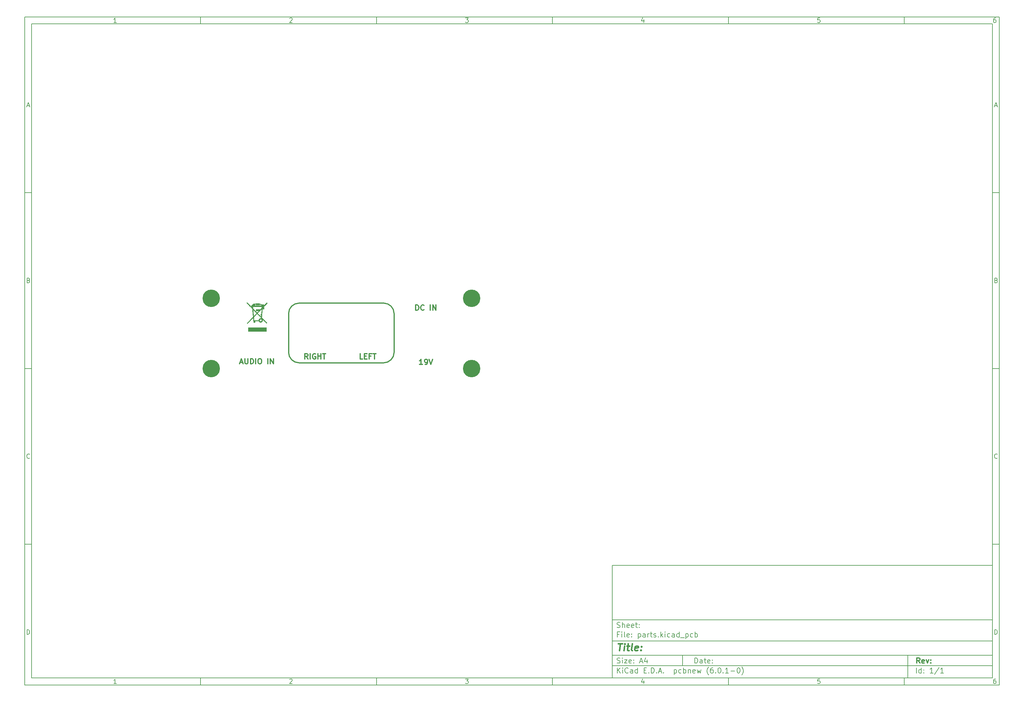
<source format=gts>
G04 #@! TF.GenerationSoftware,KiCad,Pcbnew,(6.0.1-0)*
G04 #@! TF.CreationDate,2022-01-26T00:07:15+08:00*
G04 #@! TF.ProjectId,parts,70617274-732e-46b6-9963-61645f706362,rev?*
G04 #@! TF.SameCoordinates,Original*
G04 #@! TF.FileFunction,Soldermask,Top*
G04 #@! TF.FilePolarity,Negative*
%FSLAX46Y46*%
G04 Gerber Fmt 4.6, Leading zero omitted, Abs format (unit mm)*
G04 Created by KiCad (PCBNEW (6.0.1-0)) date 2022-01-26 00:07:15*
%MOMM*%
%LPD*%
G01*
G04 APERTURE LIST*
%ADD10C,0.100000*%
%ADD11C,0.150000*%
%ADD12C,0.300000*%
%ADD13C,0.400000*%
%ADD14C,0.320000*%
%ADD15C,0.010000*%
%ADD16C,1.000000*%
%ADD17C,4.960000*%
G04 APERTURE END LIST*
D10*
D11*
X177002200Y-166007200D02*
X177002200Y-198007200D01*
X285002200Y-198007200D01*
X285002200Y-166007200D01*
X177002200Y-166007200D01*
D10*
D11*
X10000000Y-10000000D02*
X10000000Y-200007200D01*
X287002200Y-200007200D01*
X287002200Y-10000000D01*
X10000000Y-10000000D01*
D10*
D11*
X12000000Y-12000000D02*
X12000000Y-198007200D01*
X285002200Y-198007200D01*
X285002200Y-12000000D01*
X12000000Y-12000000D01*
D10*
D11*
X60000000Y-12000000D02*
X60000000Y-10000000D01*
D10*
D11*
X110000000Y-12000000D02*
X110000000Y-10000000D01*
D10*
D11*
X160000000Y-12000000D02*
X160000000Y-10000000D01*
D10*
D11*
X210000000Y-12000000D02*
X210000000Y-10000000D01*
D10*
D11*
X260000000Y-12000000D02*
X260000000Y-10000000D01*
D10*
D11*
X36065476Y-11588095D02*
X35322619Y-11588095D01*
X35694047Y-11588095D02*
X35694047Y-10288095D01*
X35570238Y-10473809D01*
X35446428Y-10597619D01*
X35322619Y-10659523D01*
D10*
D11*
X85322619Y-10411904D02*
X85384523Y-10350000D01*
X85508333Y-10288095D01*
X85817857Y-10288095D01*
X85941666Y-10350000D01*
X86003571Y-10411904D01*
X86065476Y-10535714D01*
X86065476Y-10659523D01*
X86003571Y-10845238D01*
X85260714Y-11588095D01*
X86065476Y-11588095D01*
D10*
D11*
X135260714Y-10288095D02*
X136065476Y-10288095D01*
X135632142Y-10783333D01*
X135817857Y-10783333D01*
X135941666Y-10845238D01*
X136003571Y-10907142D01*
X136065476Y-11030952D01*
X136065476Y-11340476D01*
X136003571Y-11464285D01*
X135941666Y-11526190D01*
X135817857Y-11588095D01*
X135446428Y-11588095D01*
X135322619Y-11526190D01*
X135260714Y-11464285D01*
D10*
D11*
X185941666Y-10721428D02*
X185941666Y-11588095D01*
X185632142Y-10226190D02*
X185322619Y-11154761D01*
X186127380Y-11154761D01*
D10*
D11*
X236003571Y-10288095D02*
X235384523Y-10288095D01*
X235322619Y-10907142D01*
X235384523Y-10845238D01*
X235508333Y-10783333D01*
X235817857Y-10783333D01*
X235941666Y-10845238D01*
X236003571Y-10907142D01*
X236065476Y-11030952D01*
X236065476Y-11340476D01*
X236003571Y-11464285D01*
X235941666Y-11526190D01*
X235817857Y-11588095D01*
X235508333Y-11588095D01*
X235384523Y-11526190D01*
X235322619Y-11464285D01*
D10*
D11*
X285941666Y-10288095D02*
X285694047Y-10288095D01*
X285570238Y-10350000D01*
X285508333Y-10411904D01*
X285384523Y-10597619D01*
X285322619Y-10845238D01*
X285322619Y-11340476D01*
X285384523Y-11464285D01*
X285446428Y-11526190D01*
X285570238Y-11588095D01*
X285817857Y-11588095D01*
X285941666Y-11526190D01*
X286003571Y-11464285D01*
X286065476Y-11340476D01*
X286065476Y-11030952D01*
X286003571Y-10907142D01*
X285941666Y-10845238D01*
X285817857Y-10783333D01*
X285570238Y-10783333D01*
X285446428Y-10845238D01*
X285384523Y-10907142D01*
X285322619Y-11030952D01*
D10*
D11*
X60000000Y-198007200D02*
X60000000Y-200007200D01*
D10*
D11*
X110000000Y-198007200D02*
X110000000Y-200007200D01*
D10*
D11*
X160000000Y-198007200D02*
X160000000Y-200007200D01*
D10*
D11*
X210000000Y-198007200D02*
X210000000Y-200007200D01*
D10*
D11*
X260000000Y-198007200D02*
X260000000Y-200007200D01*
D10*
D11*
X36065476Y-199595295D02*
X35322619Y-199595295D01*
X35694047Y-199595295D02*
X35694047Y-198295295D01*
X35570238Y-198481009D01*
X35446428Y-198604819D01*
X35322619Y-198666723D01*
D10*
D11*
X85322619Y-198419104D02*
X85384523Y-198357200D01*
X85508333Y-198295295D01*
X85817857Y-198295295D01*
X85941666Y-198357200D01*
X86003571Y-198419104D01*
X86065476Y-198542914D01*
X86065476Y-198666723D01*
X86003571Y-198852438D01*
X85260714Y-199595295D01*
X86065476Y-199595295D01*
D10*
D11*
X135260714Y-198295295D02*
X136065476Y-198295295D01*
X135632142Y-198790533D01*
X135817857Y-198790533D01*
X135941666Y-198852438D01*
X136003571Y-198914342D01*
X136065476Y-199038152D01*
X136065476Y-199347676D01*
X136003571Y-199471485D01*
X135941666Y-199533390D01*
X135817857Y-199595295D01*
X135446428Y-199595295D01*
X135322619Y-199533390D01*
X135260714Y-199471485D01*
D10*
D11*
X185941666Y-198728628D02*
X185941666Y-199595295D01*
X185632142Y-198233390D02*
X185322619Y-199161961D01*
X186127380Y-199161961D01*
D10*
D11*
X236003571Y-198295295D02*
X235384523Y-198295295D01*
X235322619Y-198914342D01*
X235384523Y-198852438D01*
X235508333Y-198790533D01*
X235817857Y-198790533D01*
X235941666Y-198852438D01*
X236003571Y-198914342D01*
X236065476Y-199038152D01*
X236065476Y-199347676D01*
X236003571Y-199471485D01*
X235941666Y-199533390D01*
X235817857Y-199595295D01*
X235508333Y-199595295D01*
X235384523Y-199533390D01*
X235322619Y-199471485D01*
D10*
D11*
X285941666Y-198295295D02*
X285694047Y-198295295D01*
X285570238Y-198357200D01*
X285508333Y-198419104D01*
X285384523Y-198604819D01*
X285322619Y-198852438D01*
X285322619Y-199347676D01*
X285384523Y-199471485D01*
X285446428Y-199533390D01*
X285570238Y-199595295D01*
X285817857Y-199595295D01*
X285941666Y-199533390D01*
X286003571Y-199471485D01*
X286065476Y-199347676D01*
X286065476Y-199038152D01*
X286003571Y-198914342D01*
X285941666Y-198852438D01*
X285817857Y-198790533D01*
X285570238Y-198790533D01*
X285446428Y-198852438D01*
X285384523Y-198914342D01*
X285322619Y-199038152D01*
D10*
D11*
X10000000Y-60000000D02*
X12000000Y-60000000D01*
D10*
D11*
X10000000Y-110000000D02*
X12000000Y-110000000D01*
D10*
D11*
X10000000Y-160000000D02*
X12000000Y-160000000D01*
D10*
D11*
X10690476Y-35216666D02*
X11309523Y-35216666D01*
X10566666Y-35588095D02*
X11000000Y-34288095D01*
X11433333Y-35588095D01*
D10*
D11*
X11092857Y-84907142D02*
X11278571Y-84969047D01*
X11340476Y-85030952D01*
X11402380Y-85154761D01*
X11402380Y-85340476D01*
X11340476Y-85464285D01*
X11278571Y-85526190D01*
X11154761Y-85588095D01*
X10659523Y-85588095D01*
X10659523Y-84288095D01*
X11092857Y-84288095D01*
X11216666Y-84350000D01*
X11278571Y-84411904D01*
X11340476Y-84535714D01*
X11340476Y-84659523D01*
X11278571Y-84783333D01*
X11216666Y-84845238D01*
X11092857Y-84907142D01*
X10659523Y-84907142D01*
D10*
D11*
X11402380Y-135464285D02*
X11340476Y-135526190D01*
X11154761Y-135588095D01*
X11030952Y-135588095D01*
X10845238Y-135526190D01*
X10721428Y-135402380D01*
X10659523Y-135278571D01*
X10597619Y-135030952D01*
X10597619Y-134845238D01*
X10659523Y-134597619D01*
X10721428Y-134473809D01*
X10845238Y-134350000D01*
X11030952Y-134288095D01*
X11154761Y-134288095D01*
X11340476Y-134350000D01*
X11402380Y-134411904D01*
D10*
D11*
X10659523Y-185588095D02*
X10659523Y-184288095D01*
X10969047Y-184288095D01*
X11154761Y-184350000D01*
X11278571Y-184473809D01*
X11340476Y-184597619D01*
X11402380Y-184845238D01*
X11402380Y-185030952D01*
X11340476Y-185278571D01*
X11278571Y-185402380D01*
X11154761Y-185526190D01*
X10969047Y-185588095D01*
X10659523Y-185588095D01*
D10*
D11*
X287002200Y-60000000D02*
X285002200Y-60000000D01*
D10*
D11*
X287002200Y-110000000D02*
X285002200Y-110000000D01*
D10*
D11*
X287002200Y-160000000D02*
X285002200Y-160000000D01*
D10*
D11*
X285692676Y-35216666D02*
X286311723Y-35216666D01*
X285568866Y-35588095D02*
X286002200Y-34288095D01*
X286435533Y-35588095D01*
D10*
D11*
X286095057Y-84907142D02*
X286280771Y-84969047D01*
X286342676Y-85030952D01*
X286404580Y-85154761D01*
X286404580Y-85340476D01*
X286342676Y-85464285D01*
X286280771Y-85526190D01*
X286156961Y-85588095D01*
X285661723Y-85588095D01*
X285661723Y-84288095D01*
X286095057Y-84288095D01*
X286218866Y-84350000D01*
X286280771Y-84411904D01*
X286342676Y-84535714D01*
X286342676Y-84659523D01*
X286280771Y-84783333D01*
X286218866Y-84845238D01*
X286095057Y-84907142D01*
X285661723Y-84907142D01*
D10*
D11*
X286404580Y-135464285D02*
X286342676Y-135526190D01*
X286156961Y-135588095D01*
X286033152Y-135588095D01*
X285847438Y-135526190D01*
X285723628Y-135402380D01*
X285661723Y-135278571D01*
X285599819Y-135030952D01*
X285599819Y-134845238D01*
X285661723Y-134597619D01*
X285723628Y-134473809D01*
X285847438Y-134350000D01*
X286033152Y-134288095D01*
X286156961Y-134288095D01*
X286342676Y-134350000D01*
X286404580Y-134411904D01*
D10*
D11*
X285661723Y-185588095D02*
X285661723Y-184288095D01*
X285971247Y-184288095D01*
X286156961Y-184350000D01*
X286280771Y-184473809D01*
X286342676Y-184597619D01*
X286404580Y-184845238D01*
X286404580Y-185030952D01*
X286342676Y-185278571D01*
X286280771Y-185402380D01*
X286156961Y-185526190D01*
X285971247Y-185588095D01*
X285661723Y-185588095D01*
D10*
D11*
X200434342Y-193785771D02*
X200434342Y-192285771D01*
X200791485Y-192285771D01*
X201005771Y-192357200D01*
X201148628Y-192500057D01*
X201220057Y-192642914D01*
X201291485Y-192928628D01*
X201291485Y-193142914D01*
X201220057Y-193428628D01*
X201148628Y-193571485D01*
X201005771Y-193714342D01*
X200791485Y-193785771D01*
X200434342Y-193785771D01*
X202577200Y-193785771D02*
X202577200Y-193000057D01*
X202505771Y-192857200D01*
X202362914Y-192785771D01*
X202077200Y-192785771D01*
X201934342Y-192857200D01*
X202577200Y-193714342D02*
X202434342Y-193785771D01*
X202077200Y-193785771D01*
X201934342Y-193714342D01*
X201862914Y-193571485D01*
X201862914Y-193428628D01*
X201934342Y-193285771D01*
X202077200Y-193214342D01*
X202434342Y-193214342D01*
X202577200Y-193142914D01*
X203077200Y-192785771D02*
X203648628Y-192785771D01*
X203291485Y-192285771D02*
X203291485Y-193571485D01*
X203362914Y-193714342D01*
X203505771Y-193785771D01*
X203648628Y-193785771D01*
X204720057Y-193714342D02*
X204577200Y-193785771D01*
X204291485Y-193785771D01*
X204148628Y-193714342D01*
X204077200Y-193571485D01*
X204077200Y-193000057D01*
X204148628Y-192857200D01*
X204291485Y-192785771D01*
X204577200Y-192785771D01*
X204720057Y-192857200D01*
X204791485Y-193000057D01*
X204791485Y-193142914D01*
X204077200Y-193285771D01*
X205434342Y-193642914D02*
X205505771Y-193714342D01*
X205434342Y-193785771D01*
X205362914Y-193714342D01*
X205434342Y-193642914D01*
X205434342Y-193785771D01*
X205434342Y-192857200D02*
X205505771Y-192928628D01*
X205434342Y-193000057D01*
X205362914Y-192928628D01*
X205434342Y-192857200D01*
X205434342Y-193000057D01*
D10*
D11*
X177002200Y-194507200D02*
X285002200Y-194507200D01*
D10*
D11*
X178434342Y-196585771D02*
X178434342Y-195085771D01*
X179291485Y-196585771D02*
X178648628Y-195728628D01*
X179291485Y-195085771D02*
X178434342Y-195942914D01*
X179934342Y-196585771D02*
X179934342Y-195585771D01*
X179934342Y-195085771D02*
X179862914Y-195157200D01*
X179934342Y-195228628D01*
X180005771Y-195157200D01*
X179934342Y-195085771D01*
X179934342Y-195228628D01*
X181505771Y-196442914D02*
X181434342Y-196514342D01*
X181220057Y-196585771D01*
X181077200Y-196585771D01*
X180862914Y-196514342D01*
X180720057Y-196371485D01*
X180648628Y-196228628D01*
X180577200Y-195942914D01*
X180577200Y-195728628D01*
X180648628Y-195442914D01*
X180720057Y-195300057D01*
X180862914Y-195157200D01*
X181077200Y-195085771D01*
X181220057Y-195085771D01*
X181434342Y-195157200D01*
X181505771Y-195228628D01*
X182791485Y-196585771D02*
X182791485Y-195800057D01*
X182720057Y-195657200D01*
X182577200Y-195585771D01*
X182291485Y-195585771D01*
X182148628Y-195657200D01*
X182791485Y-196514342D02*
X182648628Y-196585771D01*
X182291485Y-196585771D01*
X182148628Y-196514342D01*
X182077200Y-196371485D01*
X182077200Y-196228628D01*
X182148628Y-196085771D01*
X182291485Y-196014342D01*
X182648628Y-196014342D01*
X182791485Y-195942914D01*
X184148628Y-196585771D02*
X184148628Y-195085771D01*
X184148628Y-196514342D02*
X184005771Y-196585771D01*
X183720057Y-196585771D01*
X183577200Y-196514342D01*
X183505771Y-196442914D01*
X183434342Y-196300057D01*
X183434342Y-195871485D01*
X183505771Y-195728628D01*
X183577200Y-195657200D01*
X183720057Y-195585771D01*
X184005771Y-195585771D01*
X184148628Y-195657200D01*
X186005771Y-195800057D02*
X186505771Y-195800057D01*
X186720057Y-196585771D02*
X186005771Y-196585771D01*
X186005771Y-195085771D01*
X186720057Y-195085771D01*
X187362914Y-196442914D02*
X187434342Y-196514342D01*
X187362914Y-196585771D01*
X187291485Y-196514342D01*
X187362914Y-196442914D01*
X187362914Y-196585771D01*
X188077200Y-196585771D02*
X188077200Y-195085771D01*
X188434342Y-195085771D01*
X188648628Y-195157200D01*
X188791485Y-195300057D01*
X188862914Y-195442914D01*
X188934342Y-195728628D01*
X188934342Y-195942914D01*
X188862914Y-196228628D01*
X188791485Y-196371485D01*
X188648628Y-196514342D01*
X188434342Y-196585771D01*
X188077200Y-196585771D01*
X189577200Y-196442914D02*
X189648628Y-196514342D01*
X189577200Y-196585771D01*
X189505771Y-196514342D01*
X189577200Y-196442914D01*
X189577200Y-196585771D01*
X190220057Y-196157200D02*
X190934342Y-196157200D01*
X190077200Y-196585771D02*
X190577200Y-195085771D01*
X191077200Y-196585771D01*
X191577200Y-196442914D02*
X191648628Y-196514342D01*
X191577200Y-196585771D01*
X191505771Y-196514342D01*
X191577200Y-196442914D01*
X191577200Y-196585771D01*
X194577200Y-195585771D02*
X194577200Y-197085771D01*
X194577200Y-195657200D02*
X194720057Y-195585771D01*
X195005771Y-195585771D01*
X195148628Y-195657200D01*
X195220057Y-195728628D01*
X195291485Y-195871485D01*
X195291485Y-196300057D01*
X195220057Y-196442914D01*
X195148628Y-196514342D01*
X195005771Y-196585771D01*
X194720057Y-196585771D01*
X194577200Y-196514342D01*
X196577200Y-196514342D02*
X196434342Y-196585771D01*
X196148628Y-196585771D01*
X196005771Y-196514342D01*
X195934342Y-196442914D01*
X195862914Y-196300057D01*
X195862914Y-195871485D01*
X195934342Y-195728628D01*
X196005771Y-195657200D01*
X196148628Y-195585771D01*
X196434342Y-195585771D01*
X196577200Y-195657200D01*
X197220057Y-196585771D02*
X197220057Y-195085771D01*
X197220057Y-195657200D02*
X197362914Y-195585771D01*
X197648628Y-195585771D01*
X197791485Y-195657200D01*
X197862914Y-195728628D01*
X197934342Y-195871485D01*
X197934342Y-196300057D01*
X197862914Y-196442914D01*
X197791485Y-196514342D01*
X197648628Y-196585771D01*
X197362914Y-196585771D01*
X197220057Y-196514342D01*
X198577200Y-195585771D02*
X198577200Y-196585771D01*
X198577200Y-195728628D02*
X198648628Y-195657200D01*
X198791485Y-195585771D01*
X199005771Y-195585771D01*
X199148628Y-195657200D01*
X199220057Y-195800057D01*
X199220057Y-196585771D01*
X200505771Y-196514342D02*
X200362914Y-196585771D01*
X200077200Y-196585771D01*
X199934342Y-196514342D01*
X199862914Y-196371485D01*
X199862914Y-195800057D01*
X199934342Y-195657200D01*
X200077200Y-195585771D01*
X200362914Y-195585771D01*
X200505771Y-195657200D01*
X200577200Y-195800057D01*
X200577200Y-195942914D01*
X199862914Y-196085771D01*
X201077200Y-195585771D02*
X201362914Y-196585771D01*
X201648628Y-195871485D01*
X201934342Y-196585771D01*
X202220057Y-195585771D01*
X204362914Y-197157200D02*
X204291485Y-197085771D01*
X204148628Y-196871485D01*
X204077200Y-196728628D01*
X204005771Y-196514342D01*
X203934342Y-196157200D01*
X203934342Y-195871485D01*
X204005771Y-195514342D01*
X204077200Y-195300057D01*
X204148628Y-195157200D01*
X204291485Y-194942914D01*
X204362914Y-194871485D01*
X205577200Y-195085771D02*
X205291485Y-195085771D01*
X205148628Y-195157200D01*
X205077200Y-195228628D01*
X204934342Y-195442914D01*
X204862914Y-195728628D01*
X204862914Y-196300057D01*
X204934342Y-196442914D01*
X205005771Y-196514342D01*
X205148628Y-196585771D01*
X205434342Y-196585771D01*
X205577200Y-196514342D01*
X205648628Y-196442914D01*
X205720057Y-196300057D01*
X205720057Y-195942914D01*
X205648628Y-195800057D01*
X205577200Y-195728628D01*
X205434342Y-195657200D01*
X205148628Y-195657200D01*
X205005771Y-195728628D01*
X204934342Y-195800057D01*
X204862914Y-195942914D01*
X206362914Y-196442914D02*
X206434342Y-196514342D01*
X206362914Y-196585771D01*
X206291485Y-196514342D01*
X206362914Y-196442914D01*
X206362914Y-196585771D01*
X207362914Y-195085771D02*
X207505771Y-195085771D01*
X207648628Y-195157200D01*
X207720057Y-195228628D01*
X207791485Y-195371485D01*
X207862914Y-195657200D01*
X207862914Y-196014342D01*
X207791485Y-196300057D01*
X207720057Y-196442914D01*
X207648628Y-196514342D01*
X207505771Y-196585771D01*
X207362914Y-196585771D01*
X207220057Y-196514342D01*
X207148628Y-196442914D01*
X207077200Y-196300057D01*
X207005771Y-196014342D01*
X207005771Y-195657200D01*
X207077200Y-195371485D01*
X207148628Y-195228628D01*
X207220057Y-195157200D01*
X207362914Y-195085771D01*
X208505771Y-196442914D02*
X208577200Y-196514342D01*
X208505771Y-196585771D01*
X208434342Y-196514342D01*
X208505771Y-196442914D01*
X208505771Y-196585771D01*
X210005771Y-196585771D02*
X209148628Y-196585771D01*
X209577200Y-196585771D02*
X209577200Y-195085771D01*
X209434342Y-195300057D01*
X209291485Y-195442914D01*
X209148628Y-195514342D01*
X210648628Y-196014342D02*
X211791485Y-196014342D01*
X212791485Y-195085771D02*
X212934342Y-195085771D01*
X213077200Y-195157200D01*
X213148628Y-195228628D01*
X213220057Y-195371485D01*
X213291485Y-195657200D01*
X213291485Y-196014342D01*
X213220057Y-196300057D01*
X213148628Y-196442914D01*
X213077200Y-196514342D01*
X212934342Y-196585771D01*
X212791485Y-196585771D01*
X212648628Y-196514342D01*
X212577200Y-196442914D01*
X212505771Y-196300057D01*
X212434342Y-196014342D01*
X212434342Y-195657200D01*
X212505771Y-195371485D01*
X212577200Y-195228628D01*
X212648628Y-195157200D01*
X212791485Y-195085771D01*
X213791485Y-197157200D02*
X213862914Y-197085771D01*
X214005771Y-196871485D01*
X214077200Y-196728628D01*
X214148628Y-196514342D01*
X214220057Y-196157200D01*
X214220057Y-195871485D01*
X214148628Y-195514342D01*
X214077200Y-195300057D01*
X214005771Y-195157200D01*
X213862914Y-194942914D01*
X213791485Y-194871485D01*
D10*
D11*
X177002200Y-191507200D02*
X285002200Y-191507200D01*
D10*
D12*
X264411485Y-193785771D02*
X263911485Y-193071485D01*
X263554342Y-193785771D02*
X263554342Y-192285771D01*
X264125771Y-192285771D01*
X264268628Y-192357200D01*
X264340057Y-192428628D01*
X264411485Y-192571485D01*
X264411485Y-192785771D01*
X264340057Y-192928628D01*
X264268628Y-193000057D01*
X264125771Y-193071485D01*
X263554342Y-193071485D01*
X265625771Y-193714342D02*
X265482914Y-193785771D01*
X265197200Y-193785771D01*
X265054342Y-193714342D01*
X264982914Y-193571485D01*
X264982914Y-193000057D01*
X265054342Y-192857200D01*
X265197200Y-192785771D01*
X265482914Y-192785771D01*
X265625771Y-192857200D01*
X265697200Y-193000057D01*
X265697200Y-193142914D01*
X264982914Y-193285771D01*
X266197200Y-192785771D02*
X266554342Y-193785771D01*
X266911485Y-192785771D01*
X267482914Y-193642914D02*
X267554342Y-193714342D01*
X267482914Y-193785771D01*
X267411485Y-193714342D01*
X267482914Y-193642914D01*
X267482914Y-193785771D01*
X267482914Y-192857200D02*
X267554342Y-192928628D01*
X267482914Y-193000057D01*
X267411485Y-192928628D01*
X267482914Y-192857200D01*
X267482914Y-193000057D01*
D10*
D11*
X178362914Y-193714342D02*
X178577200Y-193785771D01*
X178934342Y-193785771D01*
X179077200Y-193714342D01*
X179148628Y-193642914D01*
X179220057Y-193500057D01*
X179220057Y-193357200D01*
X179148628Y-193214342D01*
X179077200Y-193142914D01*
X178934342Y-193071485D01*
X178648628Y-193000057D01*
X178505771Y-192928628D01*
X178434342Y-192857200D01*
X178362914Y-192714342D01*
X178362914Y-192571485D01*
X178434342Y-192428628D01*
X178505771Y-192357200D01*
X178648628Y-192285771D01*
X179005771Y-192285771D01*
X179220057Y-192357200D01*
X179862914Y-193785771D02*
X179862914Y-192785771D01*
X179862914Y-192285771D02*
X179791485Y-192357200D01*
X179862914Y-192428628D01*
X179934342Y-192357200D01*
X179862914Y-192285771D01*
X179862914Y-192428628D01*
X180434342Y-192785771D02*
X181220057Y-192785771D01*
X180434342Y-193785771D01*
X181220057Y-193785771D01*
X182362914Y-193714342D02*
X182220057Y-193785771D01*
X181934342Y-193785771D01*
X181791485Y-193714342D01*
X181720057Y-193571485D01*
X181720057Y-193000057D01*
X181791485Y-192857200D01*
X181934342Y-192785771D01*
X182220057Y-192785771D01*
X182362914Y-192857200D01*
X182434342Y-193000057D01*
X182434342Y-193142914D01*
X181720057Y-193285771D01*
X183077200Y-193642914D02*
X183148628Y-193714342D01*
X183077200Y-193785771D01*
X183005771Y-193714342D01*
X183077200Y-193642914D01*
X183077200Y-193785771D01*
X183077200Y-192857200D02*
X183148628Y-192928628D01*
X183077200Y-193000057D01*
X183005771Y-192928628D01*
X183077200Y-192857200D01*
X183077200Y-193000057D01*
X184862914Y-193357200D02*
X185577200Y-193357200D01*
X184720057Y-193785771D02*
X185220057Y-192285771D01*
X185720057Y-193785771D01*
X186862914Y-192785771D02*
X186862914Y-193785771D01*
X186505771Y-192214342D02*
X186148628Y-193285771D01*
X187077200Y-193285771D01*
D10*
D11*
X263434342Y-196585771D02*
X263434342Y-195085771D01*
X264791485Y-196585771D02*
X264791485Y-195085771D01*
X264791485Y-196514342D02*
X264648628Y-196585771D01*
X264362914Y-196585771D01*
X264220057Y-196514342D01*
X264148628Y-196442914D01*
X264077200Y-196300057D01*
X264077200Y-195871485D01*
X264148628Y-195728628D01*
X264220057Y-195657200D01*
X264362914Y-195585771D01*
X264648628Y-195585771D01*
X264791485Y-195657200D01*
X265505771Y-196442914D02*
X265577200Y-196514342D01*
X265505771Y-196585771D01*
X265434342Y-196514342D01*
X265505771Y-196442914D01*
X265505771Y-196585771D01*
X265505771Y-195657200D02*
X265577200Y-195728628D01*
X265505771Y-195800057D01*
X265434342Y-195728628D01*
X265505771Y-195657200D01*
X265505771Y-195800057D01*
X268148628Y-196585771D02*
X267291485Y-196585771D01*
X267720057Y-196585771D02*
X267720057Y-195085771D01*
X267577200Y-195300057D01*
X267434342Y-195442914D01*
X267291485Y-195514342D01*
X269862914Y-195014342D02*
X268577200Y-196942914D01*
X271148628Y-196585771D02*
X270291485Y-196585771D01*
X270720057Y-196585771D02*
X270720057Y-195085771D01*
X270577200Y-195300057D01*
X270434342Y-195442914D01*
X270291485Y-195514342D01*
D10*
D11*
X177002200Y-187507200D02*
X285002200Y-187507200D01*
D10*
D13*
X178714580Y-188211961D02*
X179857438Y-188211961D01*
X179036009Y-190211961D02*
X179286009Y-188211961D01*
X180274104Y-190211961D02*
X180440771Y-188878628D01*
X180524104Y-188211961D02*
X180416961Y-188307200D01*
X180500295Y-188402438D01*
X180607438Y-188307200D01*
X180524104Y-188211961D01*
X180500295Y-188402438D01*
X181107438Y-188878628D02*
X181869342Y-188878628D01*
X181476485Y-188211961D02*
X181262200Y-189926247D01*
X181333628Y-190116723D01*
X181512200Y-190211961D01*
X181702676Y-190211961D01*
X182655057Y-190211961D02*
X182476485Y-190116723D01*
X182405057Y-189926247D01*
X182619342Y-188211961D01*
X184190771Y-190116723D02*
X183988390Y-190211961D01*
X183607438Y-190211961D01*
X183428866Y-190116723D01*
X183357438Y-189926247D01*
X183452676Y-189164342D01*
X183571723Y-188973866D01*
X183774104Y-188878628D01*
X184155057Y-188878628D01*
X184333628Y-188973866D01*
X184405057Y-189164342D01*
X184381247Y-189354819D01*
X183405057Y-189545295D01*
X185155057Y-190021485D02*
X185238390Y-190116723D01*
X185131247Y-190211961D01*
X185047914Y-190116723D01*
X185155057Y-190021485D01*
X185131247Y-190211961D01*
X185286009Y-188973866D02*
X185369342Y-189069104D01*
X185262200Y-189164342D01*
X185178866Y-189069104D01*
X185286009Y-188973866D01*
X185262200Y-189164342D01*
D10*
D11*
X178934342Y-185600057D02*
X178434342Y-185600057D01*
X178434342Y-186385771D02*
X178434342Y-184885771D01*
X179148628Y-184885771D01*
X179720057Y-186385771D02*
X179720057Y-185385771D01*
X179720057Y-184885771D02*
X179648628Y-184957200D01*
X179720057Y-185028628D01*
X179791485Y-184957200D01*
X179720057Y-184885771D01*
X179720057Y-185028628D01*
X180648628Y-186385771D02*
X180505771Y-186314342D01*
X180434342Y-186171485D01*
X180434342Y-184885771D01*
X181791485Y-186314342D02*
X181648628Y-186385771D01*
X181362914Y-186385771D01*
X181220057Y-186314342D01*
X181148628Y-186171485D01*
X181148628Y-185600057D01*
X181220057Y-185457200D01*
X181362914Y-185385771D01*
X181648628Y-185385771D01*
X181791485Y-185457200D01*
X181862914Y-185600057D01*
X181862914Y-185742914D01*
X181148628Y-185885771D01*
X182505771Y-186242914D02*
X182577200Y-186314342D01*
X182505771Y-186385771D01*
X182434342Y-186314342D01*
X182505771Y-186242914D01*
X182505771Y-186385771D01*
X182505771Y-185457200D02*
X182577200Y-185528628D01*
X182505771Y-185600057D01*
X182434342Y-185528628D01*
X182505771Y-185457200D01*
X182505771Y-185600057D01*
X184362914Y-185385771D02*
X184362914Y-186885771D01*
X184362914Y-185457200D02*
X184505771Y-185385771D01*
X184791485Y-185385771D01*
X184934342Y-185457200D01*
X185005771Y-185528628D01*
X185077200Y-185671485D01*
X185077200Y-186100057D01*
X185005771Y-186242914D01*
X184934342Y-186314342D01*
X184791485Y-186385771D01*
X184505771Y-186385771D01*
X184362914Y-186314342D01*
X186362914Y-186385771D02*
X186362914Y-185600057D01*
X186291485Y-185457200D01*
X186148628Y-185385771D01*
X185862914Y-185385771D01*
X185720057Y-185457200D01*
X186362914Y-186314342D02*
X186220057Y-186385771D01*
X185862914Y-186385771D01*
X185720057Y-186314342D01*
X185648628Y-186171485D01*
X185648628Y-186028628D01*
X185720057Y-185885771D01*
X185862914Y-185814342D01*
X186220057Y-185814342D01*
X186362914Y-185742914D01*
X187077200Y-186385771D02*
X187077200Y-185385771D01*
X187077200Y-185671485D02*
X187148628Y-185528628D01*
X187220057Y-185457200D01*
X187362914Y-185385771D01*
X187505771Y-185385771D01*
X187791485Y-185385771D02*
X188362914Y-185385771D01*
X188005771Y-184885771D02*
X188005771Y-186171485D01*
X188077200Y-186314342D01*
X188220057Y-186385771D01*
X188362914Y-186385771D01*
X188791485Y-186314342D02*
X188934342Y-186385771D01*
X189220057Y-186385771D01*
X189362914Y-186314342D01*
X189434342Y-186171485D01*
X189434342Y-186100057D01*
X189362914Y-185957200D01*
X189220057Y-185885771D01*
X189005771Y-185885771D01*
X188862914Y-185814342D01*
X188791485Y-185671485D01*
X188791485Y-185600057D01*
X188862914Y-185457200D01*
X189005771Y-185385771D01*
X189220057Y-185385771D01*
X189362914Y-185457200D01*
X190077200Y-186242914D02*
X190148628Y-186314342D01*
X190077200Y-186385771D01*
X190005771Y-186314342D01*
X190077200Y-186242914D01*
X190077200Y-186385771D01*
X190791485Y-186385771D02*
X190791485Y-184885771D01*
X190934342Y-185814342D02*
X191362914Y-186385771D01*
X191362914Y-185385771D02*
X190791485Y-185957200D01*
X192005771Y-186385771D02*
X192005771Y-185385771D01*
X192005771Y-184885771D02*
X191934342Y-184957200D01*
X192005771Y-185028628D01*
X192077200Y-184957200D01*
X192005771Y-184885771D01*
X192005771Y-185028628D01*
X193362914Y-186314342D02*
X193220057Y-186385771D01*
X192934342Y-186385771D01*
X192791485Y-186314342D01*
X192720057Y-186242914D01*
X192648628Y-186100057D01*
X192648628Y-185671485D01*
X192720057Y-185528628D01*
X192791485Y-185457200D01*
X192934342Y-185385771D01*
X193220057Y-185385771D01*
X193362914Y-185457200D01*
X194648628Y-186385771D02*
X194648628Y-185600057D01*
X194577200Y-185457200D01*
X194434342Y-185385771D01*
X194148628Y-185385771D01*
X194005771Y-185457200D01*
X194648628Y-186314342D02*
X194505771Y-186385771D01*
X194148628Y-186385771D01*
X194005771Y-186314342D01*
X193934342Y-186171485D01*
X193934342Y-186028628D01*
X194005771Y-185885771D01*
X194148628Y-185814342D01*
X194505771Y-185814342D01*
X194648628Y-185742914D01*
X196005771Y-186385771D02*
X196005771Y-184885771D01*
X196005771Y-186314342D02*
X195862914Y-186385771D01*
X195577200Y-186385771D01*
X195434342Y-186314342D01*
X195362914Y-186242914D01*
X195291485Y-186100057D01*
X195291485Y-185671485D01*
X195362914Y-185528628D01*
X195434342Y-185457200D01*
X195577200Y-185385771D01*
X195862914Y-185385771D01*
X196005771Y-185457200D01*
X196362914Y-186528628D02*
X197505771Y-186528628D01*
X197862914Y-185385771D02*
X197862914Y-186885771D01*
X197862914Y-185457200D02*
X198005771Y-185385771D01*
X198291485Y-185385771D01*
X198434342Y-185457200D01*
X198505771Y-185528628D01*
X198577200Y-185671485D01*
X198577200Y-186100057D01*
X198505771Y-186242914D01*
X198434342Y-186314342D01*
X198291485Y-186385771D01*
X198005771Y-186385771D01*
X197862914Y-186314342D01*
X199862914Y-186314342D02*
X199720057Y-186385771D01*
X199434342Y-186385771D01*
X199291485Y-186314342D01*
X199220057Y-186242914D01*
X199148628Y-186100057D01*
X199148628Y-185671485D01*
X199220057Y-185528628D01*
X199291485Y-185457200D01*
X199434342Y-185385771D01*
X199720057Y-185385771D01*
X199862914Y-185457200D01*
X200505771Y-186385771D02*
X200505771Y-184885771D01*
X200505771Y-185457200D02*
X200648628Y-185385771D01*
X200934342Y-185385771D01*
X201077200Y-185457200D01*
X201148628Y-185528628D01*
X201220057Y-185671485D01*
X201220057Y-186100057D01*
X201148628Y-186242914D01*
X201077200Y-186314342D01*
X200934342Y-186385771D01*
X200648628Y-186385771D01*
X200505771Y-186314342D01*
D10*
D11*
X177002200Y-181507200D02*
X285002200Y-181507200D01*
D10*
D11*
X178362914Y-183614342D02*
X178577200Y-183685771D01*
X178934342Y-183685771D01*
X179077200Y-183614342D01*
X179148628Y-183542914D01*
X179220057Y-183400057D01*
X179220057Y-183257200D01*
X179148628Y-183114342D01*
X179077200Y-183042914D01*
X178934342Y-182971485D01*
X178648628Y-182900057D01*
X178505771Y-182828628D01*
X178434342Y-182757200D01*
X178362914Y-182614342D01*
X178362914Y-182471485D01*
X178434342Y-182328628D01*
X178505771Y-182257200D01*
X178648628Y-182185771D01*
X179005771Y-182185771D01*
X179220057Y-182257200D01*
X179862914Y-183685771D02*
X179862914Y-182185771D01*
X180505771Y-183685771D02*
X180505771Y-182900057D01*
X180434342Y-182757200D01*
X180291485Y-182685771D01*
X180077200Y-182685771D01*
X179934342Y-182757200D01*
X179862914Y-182828628D01*
X181791485Y-183614342D02*
X181648628Y-183685771D01*
X181362914Y-183685771D01*
X181220057Y-183614342D01*
X181148628Y-183471485D01*
X181148628Y-182900057D01*
X181220057Y-182757200D01*
X181362914Y-182685771D01*
X181648628Y-182685771D01*
X181791485Y-182757200D01*
X181862914Y-182900057D01*
X181862914Y-183042914D01*
X181148628Y-183185771D01*
X183077200Y-183614342D02*
X182934342Y-183685771D01*
X182648628Y-183685771D01*
X182505771Y-183614342D01*
X182434342Y-183471485D01*
X182434342Y-182900057D01*
X182505771Y-182757200D01*
X182648628Y-182685771D01*
X182934342Y-182685771D01*
X183077200Y-182757200D01*
X183148628Y-182900057D01*
X183148628Y-183042914D01*
X182434342Y-183185771D01*
X183577200Y-182685771D02*
X184148628Y-182685771D01*
X183791485Y-182185771D02*
X183791485Y-183471485D01*
X183862914Y-183614342D01*
X184005771Y-183685771D01*
X184148628Y-183685771D01*
X184648628Y-183542914D02*
X184720057Y-183614342D01*
X184648628Y-183685771D01*
X184577200Y-183614342D01*
X184648628Y-183542914D01*
X184648628Y-183685771D01*
X184648628Y-182757200D02*
X184720057Y-182828628D01*
X184648628Y-182900057D01*
X184577200Y-182828628D01*
X184648628Y-182757200D01*
X184648628Y-182900057D01*
D10*
D12*
D10*
D11*
D10*
D11*
D10*
D11*
D10*
D11*
D10*
D11*
X197002200Y-191507200D02*
X197002200Y-194507200D01*
D10*
D11*
X261002200Y-191507200D02*
X261002200Y-198007200D01*
D14*
X115000000Y-94383333D02*
G75*
G03*
X112000000Y-91383333I-3000001J-1D01*
G01*
X88000000Y-91383333D02*
X112000000Y-91383333D01*
X88000000Y-91383333D02*
G75*
G03*
X85000000Y-94383333I1J-3000001D01*
G01*
X85000000Y-105383333D02*
G75*
G03*
X88000000Y-108383333I3000001J1D01*
G01*
X112000000Y-108383333D02*
G75*
G03*
X115000000Y-105383333I-1J3000001D01*
G01*
X85000000Y-105383333D02*
X85000000Y-94383333D01*
X112000000Y-108383333D02*
X88000000Y-108383333D01*
X115000000Y-94383333D02*
X115000000Y-105383333D01*
X106071428Y-107278571D02*
X105357142Y-107278571D01*
X105357142Y-105778571D01*
X106571428Y-106492857D02*
X107071428Y-106492857D01*
X107285714Y-107278571D02*
X106571428Y-107278571D01*
X106571428Y-105778571D01*
X107285714Y-105778571D01*
X108428571Y-106492857D02*
X107928571Y-106492857D01*
X107928571Y-107278571D02*
X107928571Y-105778571D01*
X108642857Y-105778571D01*
X109000000Y-105778571D02*
X109857142Y-105778571D01*
X109428571Y-107278571D02*
X109428571Y-105778571D01*
X123071428Y-108858571D02*
X122214285Y-108858571D01*
X122642857Y-108858571D02*
X122642857Y-107358571D01*
X122500000Y-107572857D01*
X122357142Y-107715714D01*
X122214285Y-107787142D01*
X123785714Y-108858571D02*
X124071428Y-108858571D01*
X124214285Y-108787142D01*
X124285714Y-108715714D01*
X124428571Y-108501428D01*
X124500000Y-108215714D01*
X124500000Y-107644285D01*
X124428571Y-107501428D01*
X124357142Y-107430000D01*
X124214285Y-107358571D01*
X123928571Y-107358571D01*
X123785714Y-107430000D01*
X123714285Y-107501428D01*
X123642857Y-107644285D01*
X123642857Y-108001428D01*
X123714285Y-108144285D01*
X123785714Y-108215714D01*
X123928571Y-108287142D01*
X124214285Y-108287142D01*
X124357142Y-108215714D01*
X124428571Y-108144285D01*
X124500000Y-108001428D01*
X124928571Y-107358571D02*
X125428571Y-108858571D01*
X125928571Y-107358571D01*
X71250000Y-108250000D02*
X71964285Y-108250000D01*
X71107142Y-108678571D02*
X71607142Y-107178571D01*
X72107142Y-108678571D01*
X72607142Y-107178571D02*
X72607142Y-108392857D01*
X72678571Y-108535714D01*
X72750000Y-108607142D01*
X72892857Y-108678571D01*
X73178571Y-108678571D01*
X73321428Y-108607142D01*
X73392857Y-108535714D01*
X73464285Y-108392857D01*
X73464285Y-107178571D01*
X74178571Y-108678571D02*
X74178571Y-107178571D01*
X74535714Y-107178571D01*
X74750000Y-107250000D01*
X74892857Y-107392857D01*
X74964285Y-107535714D01*
X75035714Y-107821428D01*
X75035714Y-108035714D01*
X74964285Y-108321428D01*
X74892857Y-108464285D01*
X74750000Y-108607142D01*
X74535714Y-108678571D01*
X74178571Y-108678571D01*
X75678571Y-108678571D02*
X75678571Y-107178571D01*
X76678571Y-107178571D02*
X76964285Y-107178571D01*
X77107142Y-107250000D01*
X77250000Y-107392857D01*
X77321428Y-107678571D01*
X77321428Y-108178571D01*
X77250000Y-108464285D01*
X77107142Y-108607142D01*
X76964285Y-108678571D01*
X76678571Y-108678571D01*
X76535714Y-108607142D01*
X76392857Y-108464285D01*
X76321428Y-108178571D01*
X76321428Y-107678571D01*
X76392857Y-107392857D01*
X76535714Y-107250000D01*
X76678571Y-107178571D01*
X79107142Y-108678571D02*
X79107142Y-107178571D01*
X79821428Y-108678571D02*
X79821428Y-107178571D01*
X80678571Y-108678571D01*
X80678571Y-107178571D01*
X121142857Y-93418571D02*
X121142857Y-91918571D01*
X121500000Y-91918571D01*
X121714285Y-91990000D01*
X121857142Y-92132857D01*
X121928571Y-92275714D01*
X122000000Y-92561428D01*
X122000000Y-92775714D01*
X121928571Y-93061428D01*
X121857142Y-93204285D01*
X121714285Y-93347142D01*
X121500000Y-93418571D01*
X121142857Y-93418571D01*
X123500000Y-93275714D02*
X123428571Y-93347142D01*
X123214285Y-93418571D01*
X123071428Y-93418571D01*
X122857142Y-93347142D01*
X122714285Y-93204285D01*
X122642857Y-93061428D01*
X122571428Y-92775714D01*
X122571428Y-92561428D01*
X122642857Y-92275714D01*
X122714285Y-92132857D01*
X122857142Y-91990000D01*
X123071428Y-91918571D01*
X123214285Y-91918571D01*
X123428571Y-91990000D01*
X123500000Y-92061428D01*
X125285714Y-93418571D02*
X125285714Y-91918571D01*
X126000000Y-93418571D02*
X126000000Y-91918571D01*
X126857142Y-93418571D01*
X126857142Y-91918571D01*
X90500000Y-107278571D02*
X90000000Y-106564285D01*
X89642857Y-107278571D02*
X89642857Y-105778571D01*
X90214285Y-105778571D01*
X90357142Y-105850000D01*
X90428571Y-105921428D01*
X90500000Y-106064285D01*
X90500000Y-106278571D01*
X90428571Y-106421428D01*
X90357142Y-106492857D01*
X90214285Y-106564285D01*
X89642857Y-106564285D01*
X91142857Y-107278571D02*
X91142857Y-105778571D01*
X92642857Y-105850000D02*
X92500000Y-105778571D01*
X92285714Y-105778571D01*
X92071428Y-105850000D01*
X91928571Y-105992857D01*
X91857142Y-106135714D01*
X91785714Y-106421428D01*
X91785714Y-106635714D01*
X91857142Y-106921428D01*
X91928571Y-107064285D01*
X92071428Y-107207142D01*
X92285714Y-107278571D01*
X92428571Y-107278571D01*
X92642857Y-107207142D01*
X92714285Y-107135714D01*
X92714285Y-106635714D01*
X92428571Y-106635714D01*
X93357142Y-107278571D02*
X93357142Y-105778571D01*
X93357142Y-106492857D02*
X94214285Y-106492857D01*
X94214285Y-107278571D02*
X94214285Y-105778571D01*
X94714285Y-105778571D02*
X95571428Y-105778571D01*
X95142857Y-107278571D02*
X95142857Y-105778571D01*
D15*
X76104707Y-98322705D02*
X78668351Y-98326117D01*
X78668351Y-98326117D02*
X78668351Y-99406968D01*
X78668351Y-99406968D02*
X76104707Y-99410381D01*
X76104707Y-99410381D02*
X73541064Y-99413793D01*
X73541064Y-99413793D02*
X73541064Y-98319292D01*
X73541064Y-98319292D02*
X76104707Y-98322705D01*
X76104707Y-98322705D02*
X76104707Y-98322705D01*
G36*
X76104707Y-98322705D02*
G01*
X78668351Y-98326117D01*
X78668351Y-99406968D01*
X76104707Y-99410381D01*
X73541064Y-99413793D01*
X73541064Y-98319292D01*
X76104707Y-98322705D01*
G37*
X76104707Y-98322705D02*
X78668351Y-98326117D01*
X78668351Y-99406968D01*
X76104707Y-99410381D01*
X73541064Y-99413793D01*
X73541064Y-98319292D01*
X76104707Y-98322705D01*
X73413756Y-91416479D02*
X73478329Y-91482053D01*
X73478329Y-91482053D02*
X73536964Y-91541762D01*
X73536964Y-91541762D02*
X73586861Y-91592742D01*
X73586861Y-91592742D02*
X73625221Y-91632129D01*
X73625221Y-91632129D02*
X73649246Y-91657059D01*
X73649246Y-91657059D02*
X73655904Y-91664220D01*
X73655904Y-91664220D02*
X73668706Y-91677887D01*
X73668706Y-91677887D02*
X73697717Y-91708111D01*
X73697717Y-91708111D02*
X73740258Y-91752124D01*
X73740258Y-91752124D02*
X73793651Y-91807160D01*
X73793651Y-91807160D02*
X73855217Y-91870453D01*
X73855217Y-91870453D02*
X73912709Y-91929431D01*
X73912709Y-91929431D02*
X73997113Y-92015958D01*
X73997113Y-92015958D02*
X74092221Y-92113500D01*
X74092221Y-92113500D02*
X74191046Y-92214886D01*
X74191046Y-92214886D02*
X74286596Y-92312946D01*
X74286596Y-92312946D02*
X74371884Y-92400508D01*
X74371884Y-92400508D02*
X74389491Y-92418591D01*
X74389491Y-92418591D02*
X74453742Y-92484471D01*
X74453742Y-92484471D02*
X74511458Y-92543436D01*
X74511458Y-92543436D02*
X74560067Y-92592876D01*
X74560067Y-92592876D02*
X74596997Y-92630183D01*
X74596997Y-92630183D02*
X74619679Y-92652746D01*
X74619679Y-92652746D02*
X74625824Y-92658432D01*
X74625824Y-92658432D02*
X74626610Y-92645848D01*
X74626610Y-92645848D02*
X74626564Y-92611705D01*
X74626564Y-92611705D02*
X74625738Y-92561450D01*
X74625738Y-92561450D02*
X74624450Y-92509815D01*
X74624450Y-92509815D02*
X74620229Y-92361170D01*
X74620229Y-92361170D02*
X74824574Y-92361170D01*
X74824574Y-92361170D02*
X74824574Y-92389231D01*
X74824574Y-92389231D02*
X74826094Y-92433765D01*
X74826094Y-92433765D02*
X74830258Y-92494028D01*
X74830258Y-92494028D02*
X74836479Y-92564824D01*
X74836479Y-92564824D02*
X74844166Y-92640954D01*
X74844166Y-92640954D02*
X74852729Y-92717224D01*
X74852729Y-92717224D02*
X74861579Y-92788436D01*
X74861579Y-92788436D02*
X74870127Y-92849393D01*
X74870127Y-92849393D02*
X74877783Y-92894899D01*
X74877783Y-92894899D02*
X74883956Y-92919757D01*
X74883956Y-92919757D02*
X74885006Y-92921862D01*
X74885006Y-92921862D02*
X74897860Y-92936786D01*
X74897860Y-92936786D02*
X74927711Y-92968940D01*
X74927711Y-92968940D02*
X74972606Y-93016292D01*
X74972606Y-93016292D02*
X75030590Y-93076810D01*
X75030590Y-93076810D02*
X75099710Y-93148462D01*
X75099710Y-93148462D02*
X75178013Y-93229216D01*
X75178013Y-93229216D02*
X75263544Y-93317040D01*
X75263544Y-93317040D02*
X75346684Y-93402076D01*
X75346684Y-93402076D02*
X75441382Y-93498784D01*
X75441382Y-93498784D02*
X75534253Y-93593677D01*
X75534253Y-93593677D02*
X75622758Y-93684158D01*
X75622758Y-93684158D02*
X75704358Y-93767628D01*
X75704358Y-93767628D02*
X75776512Y-93841489D01*
X75776512Y-93841489D02*
X75836683Y-93903143D01*
X75836683Y-93903143D02*
X75882329Y-93949991D01*
X75882329Y-93949991D02*
X75904996Y-93973323D01*
X75904996Y-93973323D02*
X75950410Y-94018559D01*
X75950410Y-94018559D02*
X75990145Y-94055131D01*
X75990145Y-94055131D02*
X76019997Y-94079372D01*
X76019997Y-94079372D02*
X76035760Y-94087614D01*
X76035760Y-94087614D02*
X76035966Y-94087577D01*
X76035966Y-94087577D02*
X76049489Y-94077155D01*
X76049489Y-94077155D02*
X76078943Y-94049793D01*
X76078943Y-94049793D02*
X76121648Y-94008140D01*
X76121648Y-94008140D02*
X76174921Y-93954845D01*
X76174921Y-93954845D02*
X76236080Y-93892556D01*
X76236080Y-93892556D02*
X76292924Y-93833830D01*
X76292924Y-93833830D02*
X76533323Y-93583883D01*
X76533323Y-93583883D02*
X76141688Y-93577128D01*
X76141688Y-93577128D02*
X75750053Y-93570372D01*
X75750053Y-93570372D02*
X75746305Y-93377846D01*
X75746305Y-93377846D02*
X75742556Y-93185319D01*
X75742556Y-93185319D02*
X76886493Y-93185319D01*
X76886493Y-93185319D02*
X77061358Y-93022567D01*
X77061358Y-93022567D02*
X77134758Y-92954590D01*
X77134758Y-92954590D02*
X77191218Y-92901905D01*
X77191218Y-92901905D02*
X77205764Y-92887550D01*
X77205764Y-92887550D02*
X77499681Y-92887550D01*
X77499681Y-92887550D02*
X77512742Y-92894356D01*
X77512742Y-92894356D02*
X77550254Y-92899051D01*
X77550254Y-92899051D02*
X77609711Y-92901382D01*
X77609711Y-92901382D02*
X77639033Y-92901596D01*
X77639033Y-92901596D02*
X77778386Y-92901596D01*
X77778386Y-92901596D02*
X77781807Y-92773245D01*
X77781807Y-92773245D02*
X77782950Y-92713468D01*
X77782950Y-92713468D02*
X77781969Y-92675741D01*
X77781969Y-92675741D02*
X77778048Y-92655124D01*
X77778048Y-92655124D02*
X77770372Y-92646679D01*
X77770372Y-92646679D02*
X77760673Y-92645372D01*
X77760673Y-92645372D02*
X77729353Y-92652571D01*
X77729353Y-92652571D02*
X77708570Y-92662261D01*
X77708570Y-92662261D02*
X77686628Y-92679621D01*
X77686628Y-92679621D02*
X77654212Y-92710278D01*
X77654212Y-92710278D02*
X77616051Y-92749130D01*
X77616051Y-92749130D02*
X77576876Y-92791076D01*
X77576876Y-92791076D02*
X77541415Y-92831016D01*
X77541415Y-92831016D02*
X77514399Y-92863848D01*
X77514399Y-92863848D02*
X77500557Y-92884471D01*
X77500557Y-92884471D02*
X77499681Y-92887550D01*
X77499681Y-92887550D02*
X77205764Y-92887550D01*
X77205764Y-92887550D02*
X77232940Y-92860731D01*
X77232940Y-92860731D02*
X77262127Y-92827289D01*
X77262127Y-92827289D02*
X77280982Y-92797800D01*
X77280982Y-92797800D02*
X77291707Y-92768483D01*
X77291707Y-92768483D02*
X77296506Y-92735560D01*
X77296506Y-92735560D02*
X77297580Y-92695251D01*
X77297580Y-92695251D02*
X77297133Y-92643776D01*
X77297133Y-92643776D02*
X77297021Y-92618193D01*
X77297021Y-92618193D02*
X77297021Y-92444382D01*
X77297021Y-92444382D02*
X77471285Y-92439930D01*
X77471285Y-92439930D02*
X77545444Y-92437511D01*
X77545444Y-92437511D02*
X77597592Y-92434193D01*
X77597592Y-92434193D02*
X77632742Y-92429230D01*
X77632742Y-92429230D02*
X77655902Y-92421875D01*
X77655902Y-92421875D02*
X77672085Y-92411381D01*
X77672085Y-92411381D02*
X77673944Y-92409741D01*
X77673944Y-92409741D02*
X77694680Y-92387310D01*
X77694680Y-92387310D02*
X77702340Y-92372587D01*
X77702340Y-92372587D02*
X77689122Y-92371042D01*
X77689122Y-92371042D02*
X77650635Y-92369559D01*
X77650635Y-92369559D02*
X77588632Y-92368151D01*
X77588632Y-92368151D02*
X77504866Y-92366832D01*
X77504866Y-92366832D02*
X77401090Y-92365617D01*
X77401090Y-92365617D02*
X77279057Y-92364519D01*
X77279057Y-92364519D02*
X77140519Y-92363552D01*
X77140519Y-92363552D02*
X76987228Y-92362730D01*
X76987228Y-92362730D02*
X76820939Y-92362067D01*
X76820939Y-92362067D02*
X76643403Y-92361577D01*
X76643403Y-92361577D02*
X76456373Y-92361273D01*
X76456373Y-92361273D02*
X76263457Y-92361170D01*
X76263457Y-92361170D02*
X74824574Y-92361170D01*
X74824574Y-92361170D02*
X74620229Y-92361170D01*
X74620229Y-92361170D02*
X74351702Y-92361170D01*
X74351702Y-92361170D02*
X74351702Y-92111224D01*
X74351702Y-92111224D02*
X77945532Y-92111224D01*
X77945532Y-92111224D02*
X77952287Y-92117979D01*
X77952287Y-92117979D02*
X77959043Y-92111224D01*
X77959043Y-92111224D02*
X77952287Y-92104468D01*
X77952287Y-92104468D02*
X77945532Y-92111224D01*
X77945532Y-92111224D02*
X74351702Y-92111224D01*
X74351702Y-92111224D02*
X74351702Y-92077447D01*
X74351702Y-92077447D02*
X74523237Y-92077447D01*
X74523237Y-92077447D02*
X74527855Y-92067204D01*
X74527855Y-92067204D02*
X74757021Y-92067204D01*
X74757021Y-92067204D02*
X74769341Y-92072407D01*
X74769341Y-92072407D02*
X74801678Y-92075107D01*
X74801678Y-92075107D02*
X74847096Y-92074735D01*
X74847096Y-92074735D02*
X74848218Y-92074687D01*
X74848218Y-92074687D02*
X74939415Y-92070692D01*
X74939415Y-92070692D02*
X74943499Y-91999761D01*
X74943499Y-91999761D02*
X74943463Y-91954730D01*
X74943463Y-91954730D02*
X74937382Y-91931378D01*
X74937382Y-91931378D02*
X74932890Y-91928830D01*
X74932890Y-91928830D02*
X74908607Y-91937057D01*
X74908607Y-91937057D02*
X74873348Y-91958208D01*
X74873348Y-91958208D02*
X74833838Y-91986992D01*
X74833838Y-91986992D02*
X74796806Y-92018115D01*
X74796806Y-92018115D02*
X74768979Y-92046284D01*
X74768979Y-92046284D02*
X74757084Y-92066207D01*
X74757084Y-92066207D02*
X74757021Y-92067204D01*
X74757021Y-92067204D02*
X74527855Y-92067204D01*
X74527855Y-92067204D02*
X74547350Y-92023973D01*
X74547350Y-92023973D02*
X74593949Y-91948378D01*
X74593949Y-91948378D02*
X74663993Y-91873414D01*
X74663993Y-91873414D02*
X74754041Y-91802411D01*
X74754041Y-91802411D02*
X74781820Y-91784888D01*
X74781820Y-91784888D02*
X75365000Y-91784888D01*
X75365000Y-91784888D02*
X75365000Y-92077447D01*
X75365000Y-92077447D02*
X76391808Y-92077447D01*
X76391808Y-92077447D02*
X76582784Y-92077425D01*
X76582784Y-92077425D02*
X76748523Y-92077332D01*
X76748523Y-92077332D02*
X76890810Y-92077125D01*
X76890810Y-92077125D02*
X77011428Y-92076760D01*
X77011428Y-92076760D02*
X77112163Y-92076195D01*
X77112163Y-92076195D02*
X77194799Y-92075387D01*
X77194799Y-92075387D02*
X77261121Y-92074294D01*
X77261121Y-92074294D02*
X77312912Y-92072871D01*
X77312912Y-92072871D02*
X77351957Y-92071077D01*
X77351957Y-92071077D02*
X77380041Y-92068869D01*
X77380041Y-92068869D02*
X77398948Y-92066203D01*
X77398948Y-92066203D02*
X77410462Y-92063036D01*
X77410462Y-92063036D02*
X77416369Y-92059327D01*
X77416369Y-92059327D02*
X77418451Y-92055032D01*
X77418451Y-92055032D02*
X77418617Y-92052781D01*
X77418617Y-92052781D02*
X77405772Y-92020205D01*
X77405772Y-92020205D02*
X77369162Y-91984605D01*
X77369162Y-91984605D02*
X77311674Y-91947403D01*
X77311674Y-91947403D02*
X77236197Y-91910022D01*
X77236197Y-91910022D02*
X77145618Y-91873884D01*
X77145618Y-91873884D02*
X77042824Y-91840413D01*
X77042824Y-91840413D02*
X76930704Y-91811030D01*
X76930704Y-91811030D02*
X76925479Y-91809825D01*
X76925479Y-91809825D02*
X76864118Y-91796660D01*
X76864118Y-91796660D02*
X76806029Y-91785741D01*
X76806029Y-91785741D02*
X76760952Y-91778852D01*
X76760952Y-91778852D02*
X76749840Y-91777705D01*
X76749840Y-91777705D02*
X76715114Y-91776456D01*
X76715114Y-91776456D02*
X76698891Y-91783850D01*
X76698891Y-91783850D02*
X76692815Y-91805574D01*
X76692815Y-91805574D02*
X76691564Y-91817367D01*
X76691564Y-91817367D02*
X76687330Y-91861277D01*
X76687330Y-91861277D02*
X75756808Y-91861277D01*
X75756808Y-91861277D02*
X75756808Y-91735774D01*
X75756808Y-91735774D02*
X75665817Y-91744270D01*
X75665817Y-91744270D02*
X75603966Y-91750945D01*
X75603966Y-91750945D02*
X75531832Y-91760026D01*
X75531832Y-91760026D02*
X75469913Y-91768828D01*
X75469913Y-91768828D02*
X75365000Y-91784888D01*
X75365000Y-91784888D02*
X74781820Y-91784888D01*
X74781820Y-91784888D02*
X74817819Y-91762180D01*
X74817819Y-91762180D02*
X74939415Y-91691754D01*
X74939415Y-91691754D02*
X74941197Y-91657714D01*
X74941197Y-91657714D02*
X75980410Y-91657714D01*
X75980410Y-91657714D02*
X76002512Y-91666452D01*
X76002512Y-91666452D02*
X76045905Y-91673719D01*
X76045905Y-91673719D02*
X76104888Y-91679256D01*
X76104888Y-91679256D02*
X76173757Y-91682804D01*
X76173757Y-91682804D02*
X76246810Y-91684104D01*
X76246810Y-91684104D02*
X76318345Y-91682896D01*
X76318345Y-91682896D02*
X76382659Y-91678921D01*
X76382659Y-91678921D02*
X76401941Y-91676884D01*
X76401941Y-91676884D02*
X76449930Y-91669734D01*
X76449930Y-91669734D02*
X76471976Y-91663141D01*
X76471976Y-91663141D02*
X76469156Y-91657293D01*
X76469156Y-91657293D02*
X76442547Y-91652378D01*
X76442547Y-91652378D02*
X76393224Y-91648585D01*
X76393224Y-91648585D02*
X76322265Y-91646101D01*
X76322265Y-91646101D02*
X76230746Y-91645115D01*
X76230746Y-91645115D02*
X76220223Y-91645107D01*
X76220223Y-91645107D02*
X76129400Y-91645742D01*
X76129400Y-91645742D02*
X76058324Y-91647581D01*
X76058324Y-91647581D02*
X76008961Y-91650519D01*
X76008961Y-91650519D02*
X75983277Y-91654453D01*
X75983277Y-91654453D02*
X75980410Y-91657714D01*
X75980410Y-91657714D02*
X74941197Y-91657714D01*
X74941197Y-91657714D02*
X74943467Y-91614388D01*
X74943467Y-91614388D02*
X74947519Y-91537021D01*
X74947519Y-91537021D02*
X75144637Y-91537021D01*
X75144637Y-91537021D02*
X75223969Y-91537466D01*
X75223969Y-91537466D02*
X75280458Y-91539080D01*
X75280458Y-91539080D02*
X75318273Y-91542281D01*
X75318273Y-91542281D02*
X75341581Y-91547489D01*
X75341581Y-91547489D02*
X75354552Y-91555123D01*
X75354552Y-91555123D02*
X75357388Y-91558401D01*
X75357388Y-91558401D02*
X75365750Y-91566649D01*
X75365750Y-91566649D02*
X75379234Y-91571452D01*
X75379234Y-91571452D02*
X75402291Y-91572782D01*
X75402291Y-91572782D02*
X75439370Y-91570609D01*
X75439370Y-91570609D02*
X75494921Y-91564905D01*
X75494921Y-91564905D02*
X75561537Y-91557070D01*
X75561537Y-91557070D02*
X75629753Y-91548547D01*
X75629753Y-91548547D02*
X75687758Y-91540721D01*
X75687758Y-91540721D02*
X75730573Y-91534307D01*
X75730573Y-91534307D02*
X75753220Y-91530022D01*
X75753220Y-91530022D02*
X75755442Y-91529177D01*
X75755442Y-91529177D02*
X75759834Y-91513334D01*
X75759834Y-91513334D02*
X75762197Y-91486597D01*
X75762197Y-91486597D02*
X75763564Y-91449202D01*
X75763564Y-91449202D02*
X76689042Y-91442092D01*
X76689042Y-91442092D02*
X76689042Y-91562127D01*
X76689042Y-91562127D02*
X76759973Y-91576187D01*
X76759973Y-91576187D02*
X76807176Y-91585314D01*
X76807176Y-91585314D02*
X76869417Y-91597042D01*
X76869417Y-91597042D02*
X76935141Y-91609200D01*
X76935141Y-91609200D02*
X76951765Y-91612234D01*
X76951765Y-91612234D02*
X77085585Y-91643356D01*
X77085585Y-91643356D02*
X77217696Y-91686591D01*
X77217696Y-91686591D02*
X77338228Y-91738452D01*
X77338228Y-91738452D02*
X77395539Y-91769113D01*
X77395539Y-91769113D02*
X77487302Y-91822598D01*
X77487302Y-91822598D02*
X77556942Y-91787895D01*
X77556942Y-91787895D02*
X77642104Y-91758793D01*
X77642104Y-91758793D02*
X77726715Y-91756699D01*
X77726715Y-91756699D02*
X77810183Y-91781252D01*
X77810183Y-91781252D02*
X77886496Y-91827109D01*
X77886496Y-91827109D02*
X77938318Y-91884361D01*
X77938318Y-91884361D02*
X77965680Y-91953060D01*
X77965680Y-91953060D02*
X77969031Y-92029164D01*
X77969031Y-92029164D02*
X77962529Y-92097713D01*
X77962529Y-92097713D02*
X78387433Y-91666108D01*
X78387433Y-91666108D02*
X78812338Y-91234503D01*
X78812338Y-91234503D02*
X78878203Y-91308076D01*
X78878203Y-91308076D02*
X78909879Y-91345097D01*
X78909879Y-91345097D02*
X78932383Y-91374557D01*
X78932383Y-91374557D02*
X78941358Y-91390700D01*
X78941358Y-91390700D02*
X78941317Y-91391480D01*
X78941317Y-91391480D02*
X78931517Y-91402638D01*
X78931517Y-91402638D02*
X78904361Y-91431105D01*
X78904361Y-91431105D02*
X78861609Y-91475091D01*
X78861609Y-91475091D02*
X78805022Y-91532808D01*
X78805022Y-91532808D02*
X78736361Y-91602469D01*
X78736361Y-91602469D02*
X78657387Y-91682283D01*
X78657387Y-91682283D02*
X78569860Y-91770464D01*
X78569860Y-91770464D02*
X78475541Y-91865222D01*
X78475541Y-91865222D02*
X78426367Y-91914526D01*
X78426367Y-91914526D02*
X78314591Y-92026568D01*
X78314591Y-92026568D02*
X78220525Y-92121048D01*
X78220525Y-92121048D02*
X78142773Y-92199512D01*
X78142773Y-92199512D02*
X78079939Y-92263507D01*
X78079939Y-92263507D02*
X78030626Y-92314577D01*
X78030626Y-92314577D02*
X77993438Y-92354270D01*
X77993438Y-92354270D02*
X77966980Y-92384129D01*
X77966980Y-92384129D02*
X77949853Y-92405703D01*
X77949853Y-92405703D02*
X77940663Y-92420535D01*
X77940663Y-92420535D02*
X77938013Y-92430172D01*
X77938013Y-92430172D02*
X77940507Y-92436161D01*
X77940507Y-92436161D02*
X77946748Y-92440046D01*
X77946748Y-92440046D02*
X77950362Y-92441502D01*
X77950362Y-92441502D02*
X77986554Y-92455262D01*
X77986554Y-92455262D02*
X77979308Y-93097500D01*
X77979308Y-93097500D02*
X77767319Y-93101217D01*
X77767319Y-93101217D02*
X77686410Y-93102933D01*
X77686410Y-93102933D02*
X77628556Y-93105120D01*
X77628556Y-93105120D02*
X77589793Y-93108268D01*
X77589793Y-93108268D02*
X77566156Y-93112866D01*
X77566156Y-93112866D02*
X77553678Y-93119404D01*
X77553678Y-93119404D02*
X77548434Y-93128238D01*
X77548434Y-93128238D02*
X77546840Y-93134707D01*
X77546840Y-93134707D02*
X77545129Y-93144524D01*
X77545129Y-93144524D02*
X77543174Y-93159317D01*
X77543174Y-93159317D02*
X77540844Y-93180713D01*
X77540844Y-93180713D02*
X77538012Y-93210339D01*
X77538012Y-93210339D02*
X77534547Y-93249823D01*
X77534547Y-93249823D02*
X77530321Y-93300792D01*
X77530321Y-93300792D02*
X77525205Y-93364873D01*
X77525205Y-93364873D02*
X77519070Y-93443693D01*
X77519070Y-93443693D02*
X77511788Y-93538879D01*
X77511788Y-93538879D02*
X77503228Y-93652060D01*
X77503228Y-93652060D02*
X77493263Y-93784862D01*
X77493263Y-93784862D02*
X77481763Y-93938912D01*
X77481763Y-93938912D02*
X77468599Y-94115837D01*
X77468599Y-94115837D02*
X77453642Y-94317265D01*
X77453642Y-94317265D02*
X77445406Y-94428298D01*
X77445406Y-94428298D02*
X77433849Y-94583558D01*
X77433849Y-94583558D02*
X77422686Y-94732437D01*
X77422686Y-94732437D02*
X77412108Y-94872486D01*
X77412108Y-94872486D02*
X77402301Y-95001259D01*
X77402301Y-95001259D02*
X77393455Y-95116309D01*
X77393455Y-95116309D02*
X77385759Y-95215188D01*
X77385759Y-95215188D02*
X77379400Y-95295449D01*
X77379400Y-95295449D02*
X77374567Y-95354646D01*
X77374567Y-95354646D02*
X77371450Y-95390330D01*
X77371450Y-95390330D02*
X77370719Y-95397526D01*
X77370719Y-95397526D02*
X77362670Y-95468297D01*
X77362670Y-95468297D02*
X77494758Y-95606941D01*
X77494758Y-95606941D02*
X77527765Y-95641404D01*
X77527765Y-95641404D02*
X77577541Y-95693125D01*
X77577541Y-95693125D02*
X77642027Y-95759974D01*
X77642027Y-95759974D02*
X77719167Y-95839826D01*
X77719167Y-95839826D02*
X77806902Y-95930553D01*
X77806902Y-95930553D02*
X77903176Y-96030026D01*
X77903176Y-96030026D02*
X78005932Y-96136120D01*
X78005932Y-96136120D02*
X78113111Y-96246705D01*
X78113111Y-96246705D02*
X78222656Y-96359656D01*
X78222656Y-96359656D02*
X78234178Y-96371531D01*
X78234178Y-96371531D02*
X78841510Y-96997477D01*
X78841510Y-96997477D02*
X78704459Y-97134528D01*
X78704459Y-97134528D02*
X78227043Y-96649338D01*
X78227043Y-96649338D02*
X78128567Y-96549268D01*
X78128567Y-96549268D02*
X78031701Y-96450852D01*
X78031701Y-96450852D02*
X77938923Y-96356606D01*
X77938923Y-96356606D02*
X77852710Y-96269045D01*
X77852710Y-96269045D02*
X77775537Y-96190684D01*
X77775537Y-96190684D02*
X77709882Y-96124039D01*
X77709882Y-96124039D02*
X77658221Y-96071624D01*
X77658221Y-96071624D02*
X77623032Y-96035954D01*
X77623032Y-96035954D02*
X77623009Y-96035931D01*
X77623009Y-96035931D02*
X77579776Y-95993081D01*
X77579776Y-95993081D02*
X77547123Y-95962570D01*
X77547123Y-95962570D02*
X77527475Y-95946502D01*
X77527475Y-95946502D02*
X77523253Y-95946978D01*
X77523253Y-95946978D02*
X77526180Y-95951907D01*
X77526180Y-95951907D02*
X77563331Y-96022483D01*
X77563331Y-96022483D02*
X77593270Y-96109645D01*
X77593270Y-96109645D02*
X77612848Y-96203262D01*
X77612848Y-96203262D02*
X77617487Y-96245448D01*
X77617487Y-96245448D02*
X77614096Y-96366214D01*
X77614096Y-96366214D02*
X77586966Y-96479008D01*
X77586966Y-96479008D02*
X77538698Y-96581447D01*
X77538698Y-96581447D02*
X77471893Y-96671149D01*
X77471893Y-96671149D02*
X77389152Y-96745731D01*
X77389152Y-96745731D02*
X77293074Y-96802809D01*
X77293074Y-96802809D02*
X77186261Y-96840000D01*
X77186261Y-96840000D02*
X77071313Y-96854921D01*
X77071313Y-96854921D02*
X76961056Y-96847006D01*
X76961056Y-96847006D02*
X76847573Y-96817190D01*
X76847573Y-96817190D02*
X76743934Y-96769135D01*
X76743934Y-96769135D02*
X76654476Y-96705745D01*
X76654476Y-96705745D02*
X76583537Y-96629926D01*
X76583537Y-96629926D02*
X76546354Y-96569254D01*
X76546354Y-96569254D02*
X76510233Y-96495426D01*
X76510233Y-96495426D02*
X75449331Y-96495426D01*
X75449331Y-96495426D02*
X75439537Y-96691330D01*
X75439537Y-96691330D02*
X75429744Y-96887234D01*
X75429744Y-96887234D02*
X75054255Y-96887234D01*
X75054255Y-96887234D02*
X75054255Y-96508267D01*
X75054255Y-96508267D02*
X75020479Y-96495426D01*
X75020479Y-96495426D02*
X74995171Y-96477768D01*
X74995171Y-96477768D02*
X74986436Y-96458606D01*
X74986436Y-96458606D02*
X74984994Y-96430114D01*
X74984994Y-96430114D02*
X74981295Y-96380831D01*
X74981295Y-96380831D02*
X74975715Y-96314608D01*
X74975715Y-96314608D02*
X74968633Y-96235296D01*
X74968633Y-96235296D02*
X74960426Y-96146747D01*
X74960426Y-96146747D02*
X74951473Y-96052812D01*
X74951473Y-96052812D02*
X74942151Y-95957342D01*
X74942151Y-95957342D02*
X74932837Y-95864189D01*
X74932837Y-95864189D02*
X74923910Y-95777204D01*
X74923910Y-95777204D02*
X74915747Y-95700239D01*
X74915747Y-95700239D02*
X74908727Y-95637145D01*
X74908727Y-95637145D02*
X74903226Y-95591774D01*
X74903226Y-95591774D02*
X74899623Y-95567976D01*
X74899623Y-95567976D02*
X74898820Y-95565380D01*
X74898820Y-95565380D02*
X74886661Y-95571027D01*
X74886661Y-95571027D02*
X74860320Y-95592973D01*
X74860320Y-95592973D02*
X74823865Y-95627590D01*
X74823865Y-95627590D02*
X74787596Y-95664652D01*
X74787596Y-95664652D02*
X74743834Y-95710467D01*
X74743834Y-95710467D02*
X74686626Y-95769983D01*
X74686626Y-95769983D02*
X74621404Y-95837567D01*
X74621404Y-95837567D02*
X74553603Y-95907587D01*
X74553603Y-95907587D02*
X74500978Y-95961755D01*
X74500978Y-95961755D02*
X74452201Y-96011946D01*
X74452201Y-96011946D02*
X74387638Y-96078485D01*
X74387638Y-96078485D02*
X74310276Y-96158289D01*
X74310276Y-96158289D02*
X74223103Y-96248273D01*
X74223103Y-96248273D02*
X74129108Y-96345352D01*
X74129108Y-96345352D02*
X74031278Y-96446441D01*
X74031278Y-96446441D02*
X73932601Y-96548456D01*
X73932601Y-96548456D02*
X73872840Y-96610266D01*
X73872840Y-96610266D02*
X73780531Y-96705746D01*
X73780531Y-96705746D02*
X73691743Y-96797567D01*
X73691743Y-96797567D02*
X73608703Y-96883428D01*
X73608703Y-96883428D02*
X73533637Y-96961026D01*
X73533637Y-96961026D02*
X73468772Y-97028059D01*
X73468772Y-97028059D02*
X73416337Y-97082226D01*
X73416337Y-97082226D02*
X73378558Y-97121223D01*
X73378558Y-97121223D02*
X73359619Y-97140741D01*
X73359619Y-97140741D02*
X73290459Y-97211853D01*
X73290459Y-97211853D02*
X73223616Y-97143990D01*
X73223616Y-97143990D02*
X73156773Y-97076126D01*
X73156773Y-97076126D02*
X73286297Y-96944526D01*
X73286297Y-96944526D02*
X73316582Y-96913531D01*
X73316582Y-96913531D02*
X73363820Y-96864888D01*
X73363820Y-96864888D02*
X73426239Y-96800432D01*
X73426239Y-96800432D02*
X73502067Y-96722000D01*
X73502067Y-96722000D02*
X73589533Y-96631424D01*
X73589533Y-96631424D02*
X73686866Y-96530542D01*
X73686866Y-96530542D02*
X73792295Y-96421188D01*
X73792295Y-96421188D02*
X73904048Y-96305197D01*
X73904048Y-96305197D02*
X74020354Y-96184404D01*
X74020354Y-96184404D02*
X74139442Y-96060645D01*
X74139442Y-96060645D02*
X74148038Y-96051708D01*
X74148038Y-96051708D02*
X74785215Y-95389296D01*
X74785215Y-95389296D02*
X75094817Y-95389296D01*
X75094817Y-95389296D02*
X75096136Y-95413906D01*
X75096136Y-95413906D02*
X75099738Y-95459598D01*
X75099738Y-95459598D02*
X75105126Y-95520576D01*
X75105126Y-95520576D02*
X75111801Y-95591044D01*
X75111801Y-95591044D02*
X75114385Y-95617234D01*
X75114385Y-95617234D02*
X75122938Y-95703853D01*
X75122938Y-95703853D02*
X75132913Y-95806234D01*
X75132913Y-95806234D02*
X75143232Y-95913233D01*
X75143232Y-95913233D02*
X75152817Y-96013705D01*
X75152817Y-96013705D02*
X75155458Y-96041656D01*
X75155458Y-96041656D02*
X75162959Y-96117716D01*
X75162959Y-96117716D02*
X75170167Y-96184409D01*
X75170167Y-96184409D02*
X75176526Y-96237069D01*
X75176526Y-96237069D02*
X75181483Y-96271030D01*
X75181483Y-96271030D02*
X75183975Y-96281469D01*
X75183975Y-96281469D02*
X75198484Y-96283745D01*
X75198484Y-96283745D02*
X75237345Y-96285868D01*
X75237345Y-96285868D02*
X75297887Y-96287790D01*
X75297887Y-96287790D02*
X75377440Y-96289466D01*
X75377440Y-96289466D02*
X75473333Y-96290848D01*
X75473333Y-96290848D02*
X75582898Y-96291890D01*
X75582898Y-96291890D02*
X75703463Y-96292545D01*
X75703463Y-96292545D02*
X75829280Y-96292766D01*
X75829280Y-96292766D02*
X76467603Y-96292766D01*
X76467603Y-96292766D02*
X76470519Y-96275407D01*
X76470519Y-96275407D02*
X76734850Y-96275407D01*
X76734850Y-96275407D02*
X76743626Y-96362574D01*
X76743626Y-96362574D02*
X76760833Y-96413582D01*
X76760833Y-96413582D02*
X76789144Y-96458231D01*
X76789144Y-96458231D02*
X76824735Y-96497299D01*
X76824735Y-96497299D02*
X76876268Y-96542310D01*
X76876268Y-96542310D02*
X76927377Y-96570150D01*
X76927377Y-96570150D02*
X76987264Y-96584462D01*
X76987264Y-96584462D02*
X77055665Y-96588782D01*
X77055665Y-96588782D02*
X77116504Y-96584843D01*
X77116504Y-96584843D02*
X77171084Y-96568082D01*
X77171084Y-96568082D02*
X77202725Y-96552846D01*
X77202725Y-96552846D02*
X77268515Y-96504301D01*
X77268515Y-96504301D02*
X77317626Y-96439591D01*
X77317626Y-96439591D02*
X77349000Y-96364143D01*
X77349000Y-96364143D02*
X77361581Y-96283387D01*
X77361581Y-96283387D02*
X77354311Y-96202748D01*
X77354311Y-96202748D02*
X77326133Y-96127657D01*
X77326133Y-96127657D02*
X77294354Y-96082378D01*
X77294354Y-96082378D02*
X77228662Y-96025835D01*
X77228662Y-96025835D02*
X77151322Y-95988699D01*
X77151322Y-95988699D02*
X77067902Y-95971490D01*
X77067902Y-95971490D02*
X76983971Y-95974730D01*
X76983971Y-95974730D02*
X76905097Y-95998940D01*
X76905097Y-95998940D02*
X76841984Y-96040010D01*
X76841984Y-96040010D02*
X76785629Y-96106710D01*
X76785629Y-96106710D02*
X76749286Y-96187245D01*
X76749286Y-96187245D02*
X76734850Y-96275407D01*
X76734850Y-96275407D02*
X76470519Y-96275407D01*
X76470519Y-96275407D02*
X76484616Y-96191517D01*
X76484616Y-96191517D02*
X76518138Y-96064319D01*
X76518138Y-96064319D02*
X76572257Y-95952590D01*
X76572257Y-95952590D02*
X76645037Y-95858028D01*
X76645037Y-95858028D02*
X76734541Y-95782328D01*
X76734541Y-95782328D02*
X76838834Y-95727187D01*
X76838834Y-95727187D02*
X76955980Y-95694301D01*
X76955980Y-95694301D02*
X77062659Y-95685118D01*
X77062659Y-95685118D02*
X77145796Y-95684787D01*
X77145796Y-95684787D02*
X77151353Y-95613857D01*
X77151353Y-95613857D02*
X77156910Y-95542926D01*
X77156910Y-95542926D02*
X76953375Y-95333604D01*
X76953375Y-95333604D02*
X76881997Y-95260252D01*
X76881997Y-95260252D02*
X76797921Y-95173941D01*
X76797921Y-95173941D02*
X76707346Y-95081029D01*
X76707346Y-95081029D02*
X76616470Y-94987874D01*
X76616470Y-94987874D02*
X76531491Y-94900831D01*
X76531491Y-94900831D02*
X76505515Y-94874243D01*
X76505515Y-94874243D02*
X76432184Y-94799074D01*
X76432184Y-94799074D02*
X76358584Y-94723408D01*
X76358584Y-94723408D02*
X76288871Y-94651534D01*
X76288871Y-94651534D02*
X76227202Y-94587743D01*
X76227202Y-94587743D02*
X76177737Y-94536326D01*
X76177737Y-94536326D02*
X76155207Y-94512739D01*
X76155207Y-94512739D02*
X76111682Y-94468332D01*
X76111682Y-94468332D02*
X76073908Y-94432322D01*
X76073908Y-94432322D02*
X76046225Y-94408685D01*
X76046225Y-94408685D02*
X76033590Y-94401277D01*
X76033590Y-94401277D02*
X76020777Y-94410674D01*
X76020777Y-94410674D02*
X75991630Y-94437341D01*
X75991630Y-94437341D02*
X75948466Y-94478993D01*
X75948466Y-94478993D02*
X75893600Y-94533345D01*
X75893600Y-94533345D02*
X75829346Y-94598112D01*
X75829346Y-94598112D02*
X75758020Y-94671009D01*
X75758020Y-94671009D02*
X75708494Y-94722154D01*
X75708494Y-94722154D02*
X75625254Y-94808446D01*
X75625254Y-94808446D02*
X75540219Y-94896560D01*
X75540219Y-94896560D02*
X75457268Y-94982482D01*
X75457268Y-94982482D02*
X75380277Y-95062198D01*
X75380277Y-95062198D02*
X75313122Y-95131693D01*
X75313122Y-95131693D02*
X75259682Y-95186952D01*
X75259682Y-95186952D02*
X75246910Y-95200147D01*
X75246910Y-95200147D02*
X75181785Y-95269016D01*
X75181785Y-95269016D02*
X75135675Y-95321639D01*
X75135675Y-95321639D02*
X75107300Y-95359608D01*
X75107300Y-95359608D02*
X75095381Y-95384515D01*
X75095381Y-95384515D02*
X75094817Y-95389296D01*
X75094817Y-95389296D02*
X74785215Y-95389296D01*
X74785215Y-95389296D02*
X74880257Y-95290491D01*
X74880257Y-95290491D02*
X74871516Y-95180272D01*
X74871516Y-95180272D02*
X74863812Y-95085809D01*
X74863812Y-95085809D02*
X74853825Y-94967659D01*
X74853825Y-94967659D02*
X74841846Y-94829030D01*
X74841846Y-94829030D02*
X74828165Y-94673136D01*
X74828165Y-94673136D02*
X74813072Y-94503184D01*
X74813072Y-94503184D02*
X74796857Y-94322388D01*
X74796857Y-94322388D02*
X74779809Y-94133956D01*
X74779809Y-94133956D02*
X74762220Y-93941100D01*
X74762220Y-93941100D02*
X74744379Y-93747030D01*
X74744379Y-93747030D02*
X74726577Y-93554956D01*
X74726577Y-93554956D02*
X74709102Y-93368090D01*
X74709102Y-93368090D02*
X74699792Y-93269525D01*
X74699792Y-93269525D02*
X74908391Y-93269525D01*
X74908391Y-93269525D02*
X74908972Y-93285552D01*
X74908972Y-93285552D02*
X74911762Y-93325731D01*
X74911762Y-93325731D02*
X74916521Y-93387308D01*
X74916521Y-93387308D02*
X74923005Y-93467523D01*
X74923005Y-93467523D02*
X74930974Y-93563621D01*
X74930974Y-93563621D02*
X74940186Y-93672845D01*
X74940186Y-93672845D02*
X74950400Y-93792437D01*
X74950400Y-93792437D02*
X74961373Y-93919641D01*
X74961373Y-93919641D02*
X74972865Y-94051701D01*
X74972865Y-94051701D02*
X74984633Y-94185859D01*
X74984633Y-94185859D02*
X74996436Y-94319358D01*
X74996436Y-94319358D02*
X75008032Y-94449442D01*
X75008032Y-94449442D02*
X75019180Y-94573354D01*
X75019180Y-94573354D02*
X75029639Y-94688336D01*
X75029639Y-94688336D02*
X75039166Y-94791633D01*
X75039166Y-94791633D02*
X75047520Y-94880487D01*
X75047520Y-94880487D02*
X75054459Y-94952141D01*
X75054459Y-94952141D02*
X75059743Y-95003839D01*
X75059743Y-95003839D02*
X75062516Y-95028199D01*
X75062516Y-95028199D02*
X75070867Y-95094430D01*
X75070867Y-95094430D02*
X75315379Y-94839050D01*
X75315379Y-94839050D02*
X75392509Y-94758885D01*
X75392509Y-94758885D02*
X75473985Y-94674888D01*
X75473985Y-94674888D02*
X75554719Y-94592257D01*
X75554719Y-94592257D02*
X75629619Y-94516194D01*
X75629619Y-94516194D02*
X75693596Y-94451898D01*
X75693596Y-94451898D02*
X75720241Y-94425449D01*
X75720241Y-94425449D02*
X75773341Y-94371700D01*
X75773341Y-94371700D02*
X75818469Y-94323424D01*
X75818469Y-94323424D02*
X75852515Y-94284163D01*
X75852515Y-94284163D02*
X75872365Y-94257461D01*
X75872365Y-94257461D02*
X75876063Y-94248139D01*
X75876063Y-94248139D02*
X76177040Y-94248139D01*
X76177040Y-94248139D02*
X76435070Y-94517234D01*
X76435070Y-94517234D02*
X76569356Y-94657284D01*
X76569356Y-94657284D02*
X76686161Y-94779073D01*
X76686161Y-94779073D02*
X76786718Y-94883831D01*
X76786718Y-94883831D02*
X76872260Y-94972789D01*
X76872260Y-94972789D02*
X76944020Y-95047178D01*
X76944020Y-95047178D02*
X77003233Y-95108227D01*
X77003233Y-95108227D02*
X77051132Y-95157167D01*
X77051132Y-95157167D02*
X77088950Y-95195227D01*
X77088950Y-95195227D02*
X77117921Y-95223639D01*
X77117921Y-95223639D02*
X77139278Y-95243632D01*
X77139278Y-95243632D02*
X77154255Y-95256437D01*
X77154255Y-95256437D02*
X77164085Y-95263283D01*
X77164085Y-95263283D02*
X77170002Y-95265402D01*
X77170002Y-95265402D02*
X77173239Y-95264023D01*
X77173239Y-95264023D02*
X77175029Y-95260377D01*
X77175029Y-95260377D02*
X77176298Y-95256518D01*
X77176298Y-95256518D02*
X77180465Y-95233931D01*
X77180465Y-95233931D02*
X77185278Y-95190661D01*
X77185278Y-95190661D02*
X77190130Y-95133016D01*
X77190130Y-95133016D02*
X77194258Y-95070053D01*
X77194258Y-95070053D02*
X77198670Y-94998533D01*
X77198670Y-94998533D02*
X77203529Y-94929456D01*
X77203529Y-94929456D02*
X77208194Y-94871494D01*
X77208194Y-94871494D02*
X77211456Y-94838048D01*
X77211456Y-94838048D02*
X77219430Y-94768169D01*
X77219430Y-94768169D02*
X77164303Y-94775563D01*
X77164303Y-94775563D02*
X77125770Y-94777719D01*
X77125770Y-94777719D02*
X77098132Y-94767957D01*
X77098132Y-94767957D02*
X77067993Y-94741773D01*
X77067993Y-94741773D02*
X77042075Y-94708721D01*
X77042075Y-94708721D02*
X77027784Y-94676630D01*
X77027784Y-94676630D02*
X77026808Y-94668780D01*
X77026808Y-94668780D02*
X77038572Y-94623554D01*
X77038572Y-94623554D02*
X77069020Y-94584558D01*
X77069020Y-94584558D02*
X77110887Y-94557110D01*
X77110887Y-94557110D02*
X77156906Y-94546526D01*
X77156906Y-94546526D02*
X77186848Y-94551668D01*
X77186848Y-94551668D02*
X77213330Y-94559078D01*
X77213330Y-94559078D02*
X77225416Y-94558449D01*
X77225416Y-94558449D02*
X77227120Y-94556070D01*
X77227120Y-94556070D02*
X77228789Y-94550981D01*
X77228789Y-94550981D02*
X77230635Y-94540885D01*
X77230635Y-94540885D02*
X77232865Y-94523483D01*
X77232865Y-94523483D02*
X77235692Y-94496478D01*
X77235692Y-94496478D02*
X77239324Y-94457571D01*
X77239324Y-94457571D02*
X77243973Y-94404465D01*
X77243973Y-94404465D02*
X77249847Y-94334861D01*
X77249847Y-94334861D02*
X77257156Y-94246461D01*
X77257156Y-94246461D02*
X77266112Y-94136967D01*
X77266112Y-94136967D02*
X77276924Y-94004081D01*
X77276924Y-94004081D02*
X77283620Y-93921649D01*
X77283620Y-93921649D02*
X77293282Y-93801176D01*
X77293282Y-93801176D02*
X77302633Y-93681805D01*
X77302633Y-93681805D02*
X77311335Y-93568054D01*
X77311335Y-93568054D02*
X77319050Y-93464443D01*
X77319050Y-93464443D02*
X77325441Y-93375492D01*
X77325441Y-93375492D02*
X77330169Y-93305719D01*
X77330169Y-93305719D02*
X77332341Y-93270107D01*
X77332341Y-93270107D02*
X77335899Y-93197901D01*
X77335899Y-93197901D02*
X77336128Y-93144655D01*
X77336128Y-93144655D02*
X77331047Y-93110462D01*
X77331047Y-93110462D02*
X77318677Y-93095420D01*
X77318677Y-93095420D02*
X77297036Y-93099621D01*
X77297036Y-93099621D02*
X77264145Y-93123163D01*
X77264145Y-93123163D02*
X77218023Y-93166141D01*
X77218023Y-93166141D02*
X77156689Y-93228649D01*
X77156689Y-93228649D02*
X77106613Y-93280965D01*
X77106613Y-93280965D02*
X77041153Y-93350166D01*
X77041153Y-93350166D02*
X76992446Y-93403374D01*
X76992446Y-93403374D02*
X76958085Y-93443651D01*
X76958085Y-93443651D02*
X76935663Y-93474057D01*
X76935663Y-93474057D02*
X76922773Y-93497653D01*
X76922773Y-93497653D02*
X76917008Y-93517500D01*
X76917008Y-93517500D02*
X76916331Y-93522928D01*
X76916331Y-93522928D02*
X76910793Y-93554142D01*
X76910793Y-93554142D02*
X76896222Y-93569610D01*
X76896222Y-93569610D02*
X76864050Y-93577770D01*
X76864050Y-93577770D02*
X76859936Y-93578444D01*
X76859936Y-93578444D02*
X76843177Y-93582650D01*
X76843177Y-93582650D02*
X76824810Y-93591268D01*
X76824810Y-93591268D02*
X76802500Y-93606390D01*
X76802500Y-93606390D02*
X76773914Y-93630108D01*
X76773914Y-93630108D02*
X76736715Y-93664512D01*
X76736715Y-93664512D02*
X76688569Y-93711694D01*
X76688569Y-93711694D02*
X76627141Y-93773745D01*
X76627141Y-93773745D02*
X76550096Y-93852757D01*
X76550096Y-93852757D02*
X76526290Y-93877294D01*
X76526290Y-93877294D02*
X76453570Y-93952474D01*
X76453570Y-93952474D02*
X76385522Y-94023156D01*
X76385522Y-94023156D02*
X76324836Y-94086518D01*
X76324836Y-94086518D02*
X76274206Y-94139738D01*
X76274206Y-94139738D02*
X76236325Y-94179992D01*
X76236325Y-94179992D02*
X76213884Y-94204459D01*
X76213884Y-94204459D02*
X76210858Y-94207949D01*
X76210858Y-94207949D02*
X76177040Y-94248139D01*
X76177040Y-94248139D02*
X75876063Y-94248139D01*
X75876063Y-94248139D02*
X75876119Y-94247998D01*
X75876119Y-94247998D02*
X75865793Y-94233382D01*
X75865793Y-94233382D02*
X75838935Y-94202559D01*
X75838935Y-94202559D02*
X75797691Y-94157697D01*
X75797691Y-94157697D02*
X75744205Y-94100964D01*
X75744205Y-94100964D02*
X75680621Y-94034530D01*
X75680621Y-94034530D02*
X75609084Y-93960561D01*
X75609084Y-93960561D02*
X75531738Y-93881227D01*
X75531738Y-93881227D02*
X75450728Y-93798696D01*
X75450728Y-93798696D02*
X75368198Y-93715136D01*
X75368198Y-93715136D02*
X75286293Y-93632714D01*
X75286293Y-93632714D02*
X75207157Y-93553601D01*
X75207157Y-93553601D02*
X75132935Y-93479963D01*
X75132935Y-93479963D02*
X75065771Y-93413970D01*
X75065771Y-93413970D02*
X75007809Y-93357789D01*
X75007809Y-93357789D02*
X74961195Y-93313589D01*
X74961195Y-93313589D02*
X74928073Y-93283537D01*
X74928073Y-93283537D02*
X74910587Y-93269804D01*
X74910587Y-93269804D02*
X74908391Y-93269525D01*
X74908391Y-93269525D02*
X74699792Y-93269525D01*
X74699792Y-93269525D02*
X74692246Y-93189642D01*
X74692246Y-93189642D02*
X74681637Y-93078420D01*
X74681637Y-93078420D02*
X74673337Y-92991786D01*
X74673337Y-92991786D02*
X74536419Y-92848739D01*
X74536419Y-92848739D02*
X74485585Y-92795855D01*
X74485585Y-92795855D02*
X74420875Y-92728877D01*
X74420875Y-92728877D02*
X74347331Y-92653006D01*
X74347331Y-92653006D02*
X74269995Y-92573439D01*
X74269995Y-92573439D02*
X74193910Y-92495377D01*
X74193910Y-92495377D02*
X74168394Y-92469255D01*
X74168394Y-92469255D02*
X74086161Y-92385055D01*
X74086161Y-92385055D02*
X73992296Y-92288824D01*
X73992296Y-92288824D02*
X73893978Y-92187932D01*
X73893978Y-92187932D02*
X73798385Y-92089745D01*
X73798385Y-92089745D02*
X73712698Y-92001633D01*
X73712698Y-92001633D02*
X73701034Y-91989628D01*
X73701034Y-91989628D02*
X73620374Y-91906620D01*
X73620374Y-91906620D02*
X73531438Y-91815128D01*
X73531438Y-91815128D02*
X73440617Y-91721725D01*
X73440617Y-91721725D02*
X73354302Y-91632985D01*
X73354302Y-91632985D02*
X73278885Y-91555480D01*
X73278885Y-91555480D02*
X73263108Y-91539272D01*
X73263108Y-91539272D02*
X73203390Y-91477668D01*
X73203390Y-91477668D02*
X73150365Y-91422474D01*
X73150365Y-91422474D02*
X73106837Y-91376649D01*
X73106837Y-91376649D02*
X73075611Y-91343154D01*
X73075611Y-91343154D02*
X73059492Y-91324949D01*
X73059492Y-91324949D02*
X73057931Y-91322719D01*
X73057931Y-91322719D02*
X73065055Y-91309258D01*
X73065055Y-91309258D02*
X73087101Y-91282936D01*
X73087101Y-91282936D02*
X73119318Y-91249415D01*
X73119318Y-91249415D02*
X73119773Y-91248967D01*
X73119773Y-91248967D02*
X73185119Y-91184603D01*
X73185119Y-91184603D02*
X73413756Y-91416479D01*
X73413756Y-91416479D02*
X73413756Y-91416479D01*
G36*
X74871516Y-95180272D02*
G01*
X74863812Y-95085809D01*
X74853825Y-94967659D01*
X74841846Y-94829030D01*
X74828165Y-94673136D01*
X74813072Y-94503184D01*
X74796857Y-94322388D01*
X74779809Y-94133956D01*
X74762220Y-93941100D01*
X74744379Y-93747030D01*
X74726577Y-93554956D01*
X74709102Y-93368090D01*
X74699792Y-93269525D01*
X74908391Y-93269525D01*
X74908972Y-93285552D01*
X74911762Y-93325731D01*
X74916521Y-93387308D01*
X74923005Y-93467523D01*
X74930974Y-93563621D01*
X74940186Y-93672845D01*
X74950400Y-93792437D01*
X74961373Y-93919641D01*
X74972865Y-94051701D01*
X74984633Y-94185859D01*
X74996436Y-94319358D01*
X75008032Y-94449442D01*
X75019180Y-94573354D01*
X75029639Y-94688336D01*
X75039166Y-94791633D01*
X75047520Y-94880487D01*
X75054459Y-94952141D01*
X75059743Y-95003839D01*
X75062516Y-95028199D01*
X75070867Y-95094430D01*
X75315379Y-94839050D01*
X75392509Y-94758885D01*
X75473985Y-94674888D01*
X75554719Y-94592257D01*
X75629619Y-94516194D01*
X75693596Y-94451898D01*
X75720241Y-94425449D01*
X75773341Y-94371700D01*
X75818469Y-94323424D01*
X75852515Y-94284163D01*
X75872365Y-94257461D01*
X75876063Y-94248139D01*
X76177040Y-94248139D01*
X76435070Y-94517234D01*
X76569356Y-94657284D01*
X76686161Y-94779073D01*
X76786718Y-94883831D01*
X76872260Y-94972789D01*
X76944020Y-95047178D01*
X77003233Y-95108227D01*
X77051132Y-95157167D01*
X77088950Y-95195227D01*
X77117921Y-95223639D01*
X77139278Y-95243632D01*
X77154255Y-95256437D01*
X77164085Y-95263283D01*
X77170002Y-95265402D01*
X77173239Y-95264023D01*
X77175029Y-95260377D01*
X77176298Y-95256518D01*
X77180465Y-95233931D01*
X77185278Y-95190661D01*
X77190130Y-95133016D01*
X77194258Y-95070053D01*
X77198670Y-94998533D01*
X77203529Y-94929456D01*
X77208194Y-94871494D01*
X77211456Y-94838048D01*
X77219430Y-94768169D01*
X77164303Y-94775563D01*
X77125770Y-94777719D01*
X77098132Y-94767957D01*
X77067993Y-94741773D01*
X77042075Y-94708721D01*
X77027784Y-94676630D01*
X77026808Y-94668780D01*
X77038572Y-94623554D01*
X77069020Y-94584558D01*
X77110887Y-94557110D01*
X77156906Y-94546526D01*
X77186848Y-94551668D01*
X77213330Y-94559078D01*
X77225416Y-94558449D01*
X77227120Y-94556070D01*
X77228789Y-94550981D01*
X77230635Y-94540885D01*
X77232865Y-94523483D01*
X77235692Y-94496478D01*
X77239324Y-94457571D01*
X77243973Y-94404465D01*
X77249847Y-94334861D01*
X77257156Y-94246461D01*
X77266112Y-94136967D01*
X77276924Y-94004081D01*
X77283620Y-93921649D01*
X77293282Y-93801176D01*
X77302633Y-93681805D01*
X77311335Y-93568054D01*
X77319050Y-93464443D01*
X77325441Y-93375492D01*
X77330169Y-93305719D01*
X77332341Y-93270107D01*
X77335899Y-93197901D01*
X77336128Y-93144655D01*
X77331047Y-93110462D01*
X77318677Y-93095420D01*
X77297036Y-93099621D01*
X77264145Y-93123163D01*
X77218023Y-93166141D01*
X77156689Y-93228649D01*
X77106613Y-93280965D01*
X77041153Y-93350166D01*
X76992446Y-93403374D01*
X76958085Y-93443651D01*
X76935663Y-93474057D01*
X76922773Y-93497653D01*
X76917008Y-93517500D01*
X76916331Y-93522928D01*
X76910793Y-93554142D01*
X76896222Y-93569610D01*
X76864050Y-93577770D01*
X76859936Y-93578444D01*
X76843177Y-93582650D01*
X76824810Y-93591268D01*
X76802500Y-93606390D01*
X76773914Y-93630108D01*
X76736715Y-93664512D01*
X76688569Y-93711694D01*
X76627141Y-93773745D01*
X76550096Y-93852757D01*
X76526290Y-93877294D01*
X76453570Y-93952474D01*
X76385522Y-94023156D01*
X76324836Y-94086518D01*
X76274206Y-94139738D01*
X76236325Y-94179992D01*
X76213884Y-94204459D01*
X76210858Y-94207949D01*
X76177040Y-94248139D01*
X75876063Y-94248139D01*
X75876119Y-94247998D01*
X75865793Y-94233382D01*
X75838935Y-94202559D01*
X75797691Y-94157697D01*
X75744205Y-94100964D01*
X75680621Y-94034530D01*
X75609084Y-93960561D01*
X75531738Y-93881227D01*
X75450728Y-93798696D01*
X75368198Y-93715136D01*
X75286293Y-93632714D01*
X75207157Y-93553601D01*
X75132935Y-93479963D01*
X75065771Y-93413970D01*
X75007809Y-93357789D01*
X74961195Y-93313589D01*
X74928073Y-93283537D01*
X74910587Y-93269804D01*
X74908391Y-93269525D01*
X74699792Y-93269525D01*
X74692246Y-93189642D01*
X74681637Y-93078420D01*
X74673337Y-92991786D01*
X74536419Y-92848739D01*
X74485585Y-92795855D01*
X74420875Y-92728877D01*
X74347331Y-92653006D01*
X74269995Y-92573439D01*
X74193910Y-92495377D01*
X74168394Y-92469255D01*
X74086161Y-92385055D01*
X73992296Y-92288824D01*
X73893978Y-92187932D01*
X73798385Y-92089745D01*
X73712698Y-92001633D01*
X73701034Y-91989628D01*
X73620374Y-91906620D01*
X73531438Y-91815128D01*
X73440617Y-91721725D01*
X73354302Y-91632985D01*
X73278885Y-91555480D01*
X73263108Y-91539272D01*
X73203390Y-91477668D01*
X73150365Y-91422474D01*
X73106837Y-91376649D01*
X73075611Y-91343154D01*
X73059492Y-91324949D01*
X73057931Y-91322719D01*
X73065055Y-91309258D01*
X73087101Y-91282936D01*
X73119318Y-91249415D01*
X73119773Y-91248967D01*
X73185119Y-91184603D01*
X73413756Y-91416479D01*
X73478329Y-91482053D01*
X73536964Y-91541762D01*
X73586861Y-91592742D01*
X73625221Y-91632129D01*
X73649246Y-91657059D01*
X73655904Y-91664220D01*
X73668706Y-91677887D01*
X73697717Y-91708111D01*
X73740258Y-91752124D01*
X73793651Y-91807160D01*
X73855217Y-91870453D01*
X73912709Y-91929431D01*
X73997113Y-92015958D01*
X74092221Y-92113500D01*
X74191046Y-92214886D01*
X74286596Y-92312946D01*
X74371884Y-92400508D01*
X74389491Y-92418591D01*
X74453742Y-92484471D01*
X74511458Y-92543436D01*
X74560067Y-92592876D01*
X74596997Y-92630183D01*
X74619679Y-92652746D01*
X74625824Y-92658432D01*
X74626610Y-92645848D01*
X74626564Y-92611705D01*
X74625738Y-92561450D01*
X74624450Y-92509815D01*
X74621026Y-92389231D01*
X74824574Y-92389231D01*
X74826094Y-92433765D01*
X74830258Y-92494028D01*
X74836479Y-92564824D01*
X74844166Y-92640954D01*
X74852729Y-92717224D01*
X74861579Y-92788436D01*
X74870127Y-92849393D01*
X74877783Y-92894899D01*
X74883956Y-92919757D01*
X74885006Y-92921862D01*
X74897860Y-92936786D01*
X74927711Y-92968940D01*
X74972606Y-93016292D01*
X75030590Y-93076810D01*
X75099710Y-93148462D01*
X75178013Y-93229216D01*
X75263544Y-93317040D01*
X75346684Y-93402076D01*
X75441382Y-93498784D01*
X75534253Y-93593677D01*
X75622758Y-93684158D01*
X75704358Y-93767628D01*
X75776512Y-93841489D01*
X75836683Y-93903143D01*
X75882329Y-93949991D01*
X75904996Y-93973323D01*
X75950410Y-94018559D01*
X75990145Y-94055131D01*
X76019997Y-94079372D01*
X76035760Y-94087614D01*
X76035966Y-94087577D01*
X76049489Y-94077155D01*
X76078943Y-94049793D01*
X76121648Y-94008140D01*
X76174921Y-93954845D01*
X76236080Y-93892556D01*
X76292924Y-93833830D01*
X76533323Y-93583883D01*
X76141688Y-93577128D01*
X75750053Y-93570372D01*
X75746305Y-93377846D01*
X75742556Y-93185319D01*
X76886493Y-93185319D01*
X77061358Y-93022567D01*
X77134758Y-92954590D01*
X77191218Y-92901905D01*
X77205764Y-92887550D01*
X77499681Y-92887550D01*
X77512742Y-92894356D01*
X77550254Y-92899051D01*
X77609711Y-92901382D01*
X77639033Y-92901596D01*
X77778386Y-92901596D01*
X77781807Y-92773245D01*
X77782950Y-92713468D01*
X77781969Y-92675741D01*
X77778048Y-92655124D01*
X77770372Y-92646679D01*
X77760673Y-92645372D01*
X77729353Y-92652571D01*
X77708570Y-92662261D01*
X77686628Y-92679621D01*
X77654212Y-92710278D01*
X77616051Y-92749130D01*
X77576876Y-92791076D01*
X77541415Y-92831016D01*
X77514399Y-92863848D01*
X77500557Y-92884471D01*
X77499681Y-92887550D01*
X77205764Y-92887550D01*
X77232940Y-92860731D01*
X77262127Y-92827289D01*
X77280982Y-92797800D01*
X77291707Y-92768483D01*
X77296506Y-92735560D01*
X77297580Y-92695251D01*
X77297133Y-92643776D01*
X77297021Y-92618193D01*
X77297021Y-92444382D01*
X77471285Y-92439930D01*
X77545444Y-92437511D01*
X77597592Y-92434193D01*
X77632742Y-92429230D01*
X77655902Y-92421875D01*
X77672085Y-92411381D01*
X77673944Y-92409741D01*
X77694680Y-92387310D01*
X77702340Y-92372587D01*
X77689122Y-92371042D01*
X77650635Y-92369559D01*
X77588632Y-92368151D01*
X77504866Y-92366832D01*
X77401090Y-92365617D01*
X77279057Y-92364519D01*
X77140519Y-92363552D01*
X76987228Y-92362730D01*
X76820939Y-92362067D01*
X76643403Y-92361577D01*
X76456373Y-92361273D01*
X76263457Y-92361170D01*
X74824574Y-92361170D01*
X74824574Y-92389231D01*
X74621026Y-92389231D01*
X74620229Y-92361170D01*
X74351702Y-92361170D01*
X74351702Y-92111224D01*
X77945532Y-92111224D01*
X77952287Y-92117979D01*
X77959043Y-92111224D01*
X77952287Y-92104468D01*
X77945532Y-92111224D01*
X74351702Y-92111224D01*
X74351702Y-92077447D01*
X74523237Y-92077447D01*
X75365000Y-92077447D01*
X76391808Y-92077447D01*
X76582784Y-92077425D01*
X76748523Y-92077332D01*
X76890810Y-92077125D01*
X77011428Y-92076760D01*
X77112163Y-92076195D01*
X77194799Y-92075387D01*
X77261121Y-92074294D01*
X77312912Y-92072871D01*
X77351957Y-92071077D01*
X77380041Y-92068869D01*
X77398948Y-92066203D01*
X77410462Y-92063036D01*
X77416369Y-92059327D01*
X77418451Y-92055032D01*
X77418617Y-92052781D01*
X77405772Y-92020205D01*
X77369162Y-91984605D01*
X77311674Y-91947403D01*
X77236197Y-91910022D01*
X77145618Y-91873884D01*
X77042824Y-91840413D01*
X76930704Y-91811030D01*
X76925479Y-91809825D01*
X76864118Y-91796660D01*
X76806029Y-91785741D01*
X76760952Y-91778852D01*
X76749840Y-91777705D01*
X76715114Y-91776456D01*
X76698891Y-91783850D01*
X76692815Y-91805574D01*
X76691564Y-91817367D01*
X76687330Y-91861277D01*
X75756808Y-91861277D01*
X75756808Y-91735774D01*
X75665817Y-91744270D01*
X75603966Y-91750945D01*
X75531832Y-91760026D01*
X75469913Y-91768828D01*
X75365000Y-91784888D01*
X75365000Y-92077447D01*
X74523237Y-92077447D01*
X74527855Y-92067204D01*
X74757021Y-92067204D01*
X74769341Y-92072407D01*
X74801678Y-92075107D01*
X74847096Y-92074735D01*
X74848218Y-92074687D01*
X74939415Y-92070692D01*
X74943499Y-91999761D01*
X74943463Y-91954730D01*
X74937382Y-91931378D01*
X74932890Y-91928830D01*
X74908607Y-91937057D01*
X74873348Y-91958208D01*
X74833838Y-91986992D01*
X74796806Y-92018115D01*
X74768979Y-92046284D01*
X74757084Y-92066207D01*
X74757021Y-92067204D01*
X74527855Y-92067204D01*
X74547350Y-92023973D01*
X74593949Y-91948378D01*
X74663993Y-91873414D01*
X74754041Y-91802411D01*
X74781820Y-91784888D01*
X74817819Y-91762180D01*
X74939415Y-91691754D01*
X74941197Y-91657714D01*
X75980410Y-91657714D01*
X76002512Y-91666452D01*
X76045905Y-91673719D01*
X76104888Y-91679256D01*
X76173757Y-91682804D01*
X76246810Y-91684104D01*
X76318345Y-91682896D01*
X76382659Y-91678921D01*
X76401941Y-91676884D01*
X76449930Y-91669734D01*
X76471976Y-91663141D01*
X76469156Y-91657293D01*
X76442547Y-91652378D01*
X76393224Y-91648585D01*
X76322265Y-91646101D01*
X76230746Y-91645115D01*
X76220223Y-91645107D01*
X76129400Y-91645742D01*
X76058324Y-91647581D01*
X76008961Y-91650519D01*
X75983277Y-91654453D01*
X75980410Y-91657714D01*
X74941197Y-91657714D01*
X74943467Y-91614388D01*
X74947519Y-91537021D01*
X75144637Y-91537021D01*
X75223969Y-91537466D01*
X75280458Y-91539080D01*
X75318273Y-91542281D01*
X75341581Y-91547489D01*
X75354552Y-91555123D01*
X75357388Y-91558401D01*
X75365750Y-91566649D01*
X75379234Y-91571452D01*
X75402291Y-91572782D01*
X75439370Y-91570609D01*
X75494921Y-91564905D01*
X75561537Y-91557070D01*
X75629753Y-91548547D01*
X75687758Y-91540721D01*
X75730573Y-91534307D01*
X75753220Y-91530022D01*
X75755442Y-91529177D01*
X75759834Y-91513334D01*
X75762197Y-91486597D01*
X75763564Y-91449202D01*
X76689042Y-91442092D01*
X76689042Y-91562127D01*
X76759973Y-91576187D01*
X76807176Y-91585314D01*
X76869417Y-91597042D01*
X76935141Y-91609200D01*
X76951765Y-91612234D01*
X77085585Y-91643356D01*
X77217696Y-91686591D01*
X77338228Y-91738452D01*
X77395539Y-91769113D01*
X77487302Y-91822598D01*
X77556942Y-91787895D01*
X77642104Y-91758793D01*
X77726715Y-91756699D01*
X77810183Y-91781252D01*
X77886496Y-91827109D01*
X77938318Y-91884361D01*
X77965680Y-91953060D01*
X77969031Y-92029164D01*
X77962529Y-92097713D01*
X78387433Y-91666108D01*
X78812338Y-91234503D01*
X78878203Y-91308076D01*
X78909879Y-91345097D01*
X78932383Y-91374557D01*
X78941358Y-91390700D01*
X78941317Y-91391480D01*
X78931517Y-91402638D01*
X78904361Y-91431105D01*
X78861609Y-91475091D01*
X78805022Y-91532808D01*
X78736361Y-91602469D01*
X78657387Y-91682283D01*
X78569860Y-91770464D01*
X78475541Y-91865222D01*
X78426367Y-91914526D01*
X78314591Y-92026568D01*
X78220525Y-92121048D01*
X78142773Y-92199512D01*
X78079939Y-92263507D01*
X78030626Y-92314577D01*
X77993438Y-92354270D01*
X77966980Y-92384129D01*
X77949853Y-92405703D01*
X77940663Y-92420535D01*
X77938013Y-92430172D01*
X77940507Y-92436161D01*
X77946748Y-92440046D01*
X77950362Y-92441502D01*
X77986554Y-92455262D01*
X77979308Y-93097500D01*
X77767319Y-93101217D01*
X77686410Y-93102933D01*
X77628556Y-93105120D01*
X77589793Y-93108268D01*
X77566156Y-93112866D01*
X77553678Y-93119404D01*
X77548434Y-93128238D01*
X77546840Y-93134707D01*
X77545129Y-93144524D01*
X77543174Y-93159317D01*
X77540844Y-93180713D01*
X77538012Y-93210339D01*
X77534547Y-93249823D01*
X77530321Y-93300792D01*
X77525205Y-93364873D01*
X77519070Y-93443693D01*
X77511788Y-93538879D01*
X77503228Y-93652060D01*
X77493263Y-93784862D01*
X77481763Y-93938912D01*
X77468599Y-94115837D01*
X77453642Y-94317265D01*
X77445406Y-94428298D01*
X77433849Y-94583558D01*
X77422686Y-94732437D01*
X77412108Y-94872486D01*
X77402301Y-95001259D01*
X77393455Y-95116309D01*
X77385759Y-95215188D01*
X77379400Y-95295449D01*
X77374567Y-95354646D01*
X77371450Y-95390330D01*
X77370719Y-95397526D01*
X77362670Y-95468297D01*
X77494758Y-95606941D01*
X77527765Y-95641404D01*
X77577541Y-95693125D01*
X77642027Y-95759974D01*
X77719167Y-95839826D01*
X77806902Y-95930553D01*
X77903176Y-96030026D01*
X78005932Y-96136120D01*
X78113111Y-96246705D01*
X78222656Y-96359656D01*
X78234178Y-96371531D01*
X78841510Y-96997477D01*
X78704459Y-97134528D01*
X78227043Y-96649338D01*
X78128567Y-96549268D01*
X78031701Y-96450852D01*
X77938923Y-96356606D01*
X77852710Y-96269045D01*
X77775537Y-96190684D01*
X77709882Y-96124039D01*
X77658221Y-96071624D01*
X77623032Y-96035954D01*
X77623009Y-96035931D01*
X77579776Y-95993081D01*
X77547123Y-95962570D01*
X77527475Y-95946502D01*
X77523253Y-95946978D01*
X77526180Y-95951907D01*
X77563331Y-96022483D01*
X77593270Y-96109645D01*
X77612848Y-96203262D01*
X77617487Y-96245448D01*
X77614096Y-96366214D01*
X77586966Y-96479008D01*
X77538698Y-96581447D01*
X77471893Y-96671149D01*
X77389152Y-96745731D01*
X77293074Y-96802809D01*
X77186261Y-96840000D01*
X77071313Y-96854921D01*
X76961056Y-96847006D01*
X76847573Y-96817190D01*
X76743934Y-96769135D01*
X76654476Y-96705745D01*
X76583537Y-96629926D01*
X76546354Y-96569254D01*
X76510233Y-96495426D01*
X75449331Y-96495426D01*
X75439537Y-96691330D01*
X75429744Y-96887234D01*
X75054255Y-96887234D01*
X75054255Y-96508267D01*
X75020479Y-96495426D01*
X74995171Y-96477768D01*
X74986436Y-96458606D01*
X74984994Y-96430114D01*
X74981295Y-96380831D01*
X74975715Y-96314608D01*
X74968633Y-96235296D01*
X74960426Y-96146747D01*
X74951473Y-96052812D01*
X74942151Y-95957342D01*
X74932837Y-95864189D01*
X74923910Y-95777204D01*
X74915747Y-95700239D01*
X74908727Y-95637145D01*
X74903226Y-95591774D01*
X74899623Y-95567976D01*
X74898820Y-95565380D01*
X74886661Y-95571027D01*
X74860320Y-95592973D01*
X74823865Y-95627590D01*
X74787596Y-95664652D01*
X74743834Y-95710467D01*
X74686626Y-95769983D01*
X74621404Y-95837567D01*
X74553603Y-95907587D01*
X74500978Y-95961755D01*
X74452201Y-96011946D01*
X74387638Y-96078485D01*
X74310276Y-96158289D01*
X74223103Y-96248273D01*
X74129108Y-96345352D01*
X74031278Y-96446441D01*
X73932601Y-96548456D01*
X73872840Y-96610266D01*
X73780531Y-96705746D01*
X73691743Y-96797567D01*
X73608703Y-96883428D01*
X73533637Y-96961026D01*
X73468772Y-97028059D01*
X73416337Y-97082226D01*
X73378558Y-97121223D01*
X73359619Y-97140741D01*
X73290459Y-97211853D01*
X73223616Y-97143990D01*
X73156773Y-97076126D01*
X73286297Y-96944526D01*
X73316582Y-96913531D01*
X73363820Y-96864888D01*
X73426239Y-96800432D01*
X73502067Y-96722000D01*
X73589533Y-96631424D01*
X73686866Y-96530542D01*
X73792295Y-96421188D01*
X73904048Y-96305197D01*
X74020354Y-96184404D01*
X74139442Y-96060645D01*
X74148038Y-96051708D01*
X74785215Y-95389296D01*
X75094817Y-95389296D01*
X75096136Y-95413906D01*
X75099738Y-95459598D01*
X75105126Y-95520576D01*
X75111801Y-95591044D01*
X75114385Y-95617234D01*
X75122938Y-95703853D01*
X75132913Y-95806234D01*
X75143232Y-95913233D01*
X75152817Y-96013705D01*
X75155458Y-96041656D01*
X75162959Y-96117716D01*
X75170167Y-96184409D01*
X75176526Y-96237069D01*
X75181483Y-96271030D01*
X75183975Y-96281469D01*
X75198484Y-96283745D01*
X75237345Y-96285868D01*
X75297887Y-96287790D01*
X75377440Y-96289466D01*
X75473333Y-96290848D01*
X75582898Y-96291890D01*
X75703463Y-96292545D01*
X75829280Y-96292766D01*
X76467603Y-96292766D01*
X76470519Y-96275407D01*
X76734850Y-96275407D01*
X76743626Y-96362574D01*
X76760833Y-96413582D01*
X76789144Y-96458231D01*
X76824735Y-96497299D01*
X76876268Y-96542310D01*
X76927377Y-96570150D01*
X76987264Y-96584462D01*
X77055665Y-96588782D01*
X77116504Y-96584843D01*
X77171084Y-96568082D01*
X77202725Y-96552846D01*
X77268515Y-96504301D01*
X77317626Y-96439591D01*
X77349000Y-96364143D01*
X77361581Y-96283387D01*
X77354311Y-96202748D01*
X77326133Y-96127657D01*
X77294354Y-96082378D01*
X77228662Y-96025835D01*
X77151322Y-95988699D01*
X77067902Y-95971490D01*
X76983971Y-95974730D01*
X76905097Y-95998940D01*
X76841984Y-96040010D01*
X76785629Y-96106710D01*
X76749286Y-96187245D01*
X76734850Y-96275407D01*
X76470519Y-96275407D01*
X76484616Y-96191517D01*
X76518138Y-96064319D01*
X76572257Y-95952590D01*
X76645037Y-95858028D01*
X76734541Y-95782328D01*
X76838834Y-95727187D01*
X76955980Y-95694301D01*
X77062659Y-95685118D01*
X77145796Y-95684787D01*
X77151353Y-95613857D01*
X77156910Y-95542926D01*
X76953375Y-95333604D01*
X76881997Y-95260252D01*
X76797921Y-95173941D01*
X76707346Y-95081029D01*
X76616470Y-94987874D01*
X76531491Y-94900831D01*
X76505515Y-94874243D01*
X76432184Y-94799074D01*
X76358584Y-94723408D01*
X76288871Y-94651534D01*
X76227202Y-94587743D01*
X76177737Y-94536326D01*
X76155207Y-94512739D01*
X76111682Y-94468332D01*
X76073908Y-94432322D01*
X76046225Y-94408685D01*
X76033590Y-94401277D01*
X76020777Y-94410674D01*
X75991630Y-94437341D01*
X75948466Y-94478993D01*
X75893600Y-94533345D01*
X75829346Y-94598112D01*
X75758020Y-94671009D01*
X75708494Y-94722154D01*
X75625254Y-94808446D01*
X75540219Y-94896560D01*
X75457268Y-94982482D01*
X75380277Y-95062198D01*
X75313122Y-95131693D01*
X75259682Y-95186952D01*
X75246910Y-95200147D01*
X75181785Y-95269016D01*
X75135675Y-95321639D01*
X75107300Y-95359608D01*
X75095381Y-95384515D01*
X75094817Y-95389296D01*
X74785215Y-95389296D01*
X74880257Y-95290491D01*
X74871516Y-95180272D01*
G37*
X74871516Y-95180272D02*
X74863812Y-95085809D01*
X74853825Y-94967659D01*
X74841846Y-94829030D01*
X74828165Y-94673136D01*
X74813072Y-94503184D01*
X74796857Y-94322388D01*
X74779809Y-94133956D01*
X74762220Y-93941100D01*
X74744379Y-93747030D01*
X74726577Y-93554956D01*
X74709102Y-93368090D01*
X74699792Y-93269525D01*
X74908391Y-93269525D01*
X74908972Y-93285552D01*
X74911762Y-93325731D01*
X74916521Y-93387308D01*
X74923005Y-93467523D01*
X74930974Y-93563621D01*
X74940186Y-93672845D01*
X74950400Y-93792437D01*
X74961373Y-93919641D01*
X74972865Y-94051701D01*
X74984633Y-94185859D01*
X74996436Y-94319358D01*
X75008032Y-94449442D01*
X75019180Y-94573354D01*
X75029639Y-94688336D01*
X75039166Y-94791633D01*
X75047520Y-94880487D01*
X75054459Y-94952141D01*
X75059743Y-95003839D01*
X75062516Y-95028199D01*
X75070867Y-95094430D01*
X75315379Y-94839050D01*
X75392509Y-94758885D01*
X75473985Y-94674888D01*
X75554719Y-94592257D01*
X75629619Y-94516194D01*
X75693596Y-94451898D01*
X75720241Y-94425449D01*
X75773341Y-94371700D01*
X75818469Y-94323424D01*
X75852515Y-94284163D01*
X75872365Y-94257461D01*
X75876063Y-94248139D01*
X76177040Y-94248139D01*
X76435070Y-94517234D01*
X76569356Y-94657284D01*
X76686161Y-94779073D01*
X76786718Y-94883831D01*
X76872260Y-94972789D01*
X76944020Y-95047178D01*
X77003233Y-95108227D01*
X77051132Y-95157167D01*
X77088950Y-95195227D01*
X77117921Y-95223639D01*
X77139278Y-95243632D01*
X77154255Y-95256437D01*
X77164085Y-95263283D01*
X77170002Y-95265402D01*
X77173239Y-95264023D01*
X77175029Y-95260377D01*
X77176298Y-95256518D01*
X77180465Y-95233931D01*
X77185278Y-95190661D01*
X77190130Y-95133016D01*
X77194258Y-95070053D01*
X77198670Y-94998533D01*
X77203529Y-94929456D01*
X77208194Y-94871494D01*
X77211456Y-94838048D01*
X77219430Y-94768169D01*
X77164303Y-94775563D01*
X77125770Y-94777719D01*
X77098132Y-94767957D01*
X77067993Y-94741773D01*
X77042075Y-94708721D01*
X77027784Y-94676630D01*
X77026808Y-94668780D01*
X77038572Y-94623554D01*
X77069020Y-94584558D01*
X77110887Y-94557110D01*
X77156906Y-94546526D01*
X77186848Y-94551668D01*
X77213330Y-94559078D01*
X77225416Y-94558449D01*
X77227120Y-94556070D01*
X77228789Y-94550981D01*
X77230635Y-94540885D01*
X77232865Y-94523483D01*
X77235692Y-94496478D01*
X77239324Y-94457571D01*
X77243973Y-94404465D01*
X77249847Y-94334861D01*
X77257156Y-94246461D01*
X77266112Y-94136967D01*
X77276924Y-94004081D01*
X77283620Y-93921649D01*
X77293282Y-93801176D01*
X77302633Y-93681805D01*
X77311335Y-93568054D01*
X77319050Y-93464443D01*
X77325441Y-93375492D01*
X77330169Y-93305719D01*
X77332341Y-93270107D01*
X77335899Y-93197901D01*
X77336128Y-93144655D01*
X77331047Y-93110462D01*
X77318677Y-93095420D01*
X77297036Y-93099621D01*
X77264145Y-93123163D01*
X77218023Y-93166141D01*
X77156689Y-93228649D01*
X77106613Y-93280965D01*
X77041153Y-93350166D01*
X76992446Y-93403374D01*
X76958085Y-93443651D01*
X76935663Y-93474057D01*
X76922773Y-93497653D01*
X76917008Y-93517500D01*
X76916331Y-93522928D01*
X76910793Y-93554142D01*
X76896222Y-93569610D01*
X76864050Y-93577770D01*
X76859936Y-93578444D01*
X76843177Y-93582650D01*
X76824810Y-93591268D01*
X76802500Y-93606390D01*
X76773914Y-93630108D01*
X76736715Y-93664512D01*
X76688569Y-93711694D01*
X76627141Y-93773745D01*
X76550096Y-93852757D01*
X76526290Y-93877294D01*
X76453570Y-93952474D01*
X76385522Y-94023156D01*
X76324836Y-94086518D01*
X76274206Y-94139738D01*
X76236325Y-94179992D01*
X76213884Y-94204459D01*
X76210858Y-94207949D01*
X76177040Y-94248139D01*
X75876063Y-94248139D01*
X75876119Y-94247998D01*
X75865793Y-94233382D01*
X75838935Y-94202559D01*
X75797691Y-94157697D01*
X75744205Y-94100964D01*
X75680621Y-94034530D01*
X75609084Y-93960561D01*
X75531738Y-93881227D01*
X75450728Y-93798696D01*
X75368198Y-93715136D01*
X75286293Y-93632714D01*
X75207157Y-93553601D01*
X75132935Y-93479963D01*
X75065771Y-93413970D01*
X75007809Y-93357789D01*
X74961195Y-93313589D01*
X74928073Y-93283537D01*
X74910587Y-93269804D01*
X74908391Y-93269525D01*
X74699792Y-93269525D01*
X74692246Y-93189642D01*
X74681637Y-93078420D01*
X74673337Y-92991786D01*
X74536419Y-92848739D01*
X74485585Y-92795855D01*
X74420875Y-92728877D01*
X74347331Y-92653006D01*
X74269995Y-92573439D01*
X74193910Y-92495377D01*
X74168394Y-92469255D01*
X74086161Y-92385055D01*
X73992296Y-92288824D01*
X73893978Y-92187932D01*
X73798385Y-92089745D01*
X73712698Y-92001633D01*
X73701034Y-91989628D01*
X73620374Y-91906620D01*
X73531438Y-91815128D01*
X73440617Y-91721725D01*
X73354302Y-91632985D01*
X73278885Y-91555480D01*
X73263108Y-91539272D01*
X73203390Y-91477668D01*
X73150365Y-91422474D01*
X73106837Y-91376649D01*
X73075611Y-91343154D01*
X73059492Y-91324949D01*
X73057931Y-91322719D01*
X73065055Y-91309258D01*
X73087101Y-91282936D01*
X73119318Y-91249415D01*
X73119773Y-91248967D01*
X73185119Y-91184603D01*
X73413756Y-91416479D01*
X73478329Y-91482053D01*
X73536964Y-91541762D01*
X73586861Y-91592742D01*
X73625221Y-91632129D01*
X73649246Y-91657059D01*
X73655904Y-91664220D01*
X73668706Y-91677887D01*
X73697717Y-91708111D01*
X73740258Y-91752124D01*
X73793651Y-91807160D01*
X73855217Y-91870453D01*
X73912709Y-91929431D01*
X73997113Y-92015958D01*
X74092221Y-92113500D01*
X74191046Y-92214886D01*
X74286596Y-92312946D01*
X74371884Y-92400508D01*
X74389491Y-92418591D01*
X74453742Y-92484471D01*
X74511458Y-92543436D01*
X74560067Y-92592876D01*
X74596997Y-92630183D01*
X74619679Y-92652746D01*
X74625824Y-92658432D01*
X74626610Y-92645848D01*
X74626564Y-92611705D01*
X74625738Y-92561450D01*
X74624450Y-92509815D01*
X74621026Y-92389231D01*
X74824574Y-92389231D01*
X74826094Y-92433765D01*
X74830258Y-92494028D01*
X74836479Y-92564824D01*
X74844166Y-92640954D01*
X74852729Y-92717224D01*
X74861579Y-92788436D01*
X74870127Y-92849393D01*
X74877783Y-92894899D01*
X74883956Y-92919757D01*
X74885006Y-92921862D01*
X74897860Y-92936786D01*
X74927711Y-92968940D01*
X74972606Y-93016292D01*
X75030590Y-93076810D01*
X75099710Y-93148462D01*
X75178013Y-93229216D01*
X75263544Y-93317040D01*
X75346684Y-93402076D01*
X75441382Y-93498784D01*
X75534253Y-93593677D01*
X75622758Y-93684158D01*
X75704358Y-93767628D01*
X75776512Y-93841489D01*
X75836683Y-93903143D01*
X75882329Y-93949991D01*
X75904996Y-93973323D01*
X75950410Y-94018559D01*
X75990145Y-94055131D01*
X76019997Y-94079372D01*
X76035760Y-94087614D01*
X76035966Y-94087577D01*
X76049489Y-94077155D01*
X76078943Y-94049793D01*
X76121648Y-94008140D01*
X76174921Y-93954845D01*
X76236080Y-93892556D01*
X76292924Y-93833830D01*
X76533323Y-93583883D01*
X76141688Y-93577128D01*
X75750053Y-93570372D01*
X75746305Y-93377846D01*
X75742556Y-93185319D01*
X76886493Y-93185319D01*
X77061358Y-93022567D01*
X77134758Y-92954590D01*
X77191218Y-92901905D01*
X77205764Y-92887550D01*
X77499681Y-92887550D01*
X77512742Y-92894356D01*
X77550254Y-92899051D01*
X77609711Y-92901382D01*
X77639033Y-92901596D01*
X77778386Y-92901596D01*
X77781807Y-92773245D01*
X77782950Y-92713468D01*
X77781969Y-92675741D01*
X77778048Y-92655124D01*
X77770372Y-92646679D01*
X77760673Y-92645372D01*
X77729353Y-92652571D01*
X77708570Y-92662261D01*
X77686628Y-92679621D01*
X77654212Y-92710278D01*
X77616051Y-92749130D01*
X77576876Y-92791076D01*
X77541415Y-92831016D01*
X77514399Y-92863848D01*
X77500557Y-92884471D01*
X77499681Y-92887550D01*
X77205764Y-92887550D01*
X77232940Y-92860731D01*
X77262127Y-92827289D01*
X77280982Y-92797800D01*
X77291707Y-92768483D01*
X77296506Y-92735560D01*
X77297580Y-92695251D01*
X77297133Y-92643776D01*
X77297021Y-92618193D01*
X77297021Y-92444382D01*
X77471285Y-92439930D01*
X77545444Y-92437511D01*
X77597592Y-92434193D01*
X77632742Y-92429230D01*
X77655902Y-92421875D01*
X77672085Y-92411381D01*
X77673944Y-92409741D01*
X77694680Y-92387310D01*
X77702340Y-92372587D01*
X77689122Y-92371042D01*
X77650635Y-92369559D01*
X77588632Y-92368151D01*
X77504866Y-92366832D01*
X77401090Y-92365617D01*
X77279057Y-92364519D01*
X77140519Y-92363552D01*
X76987228Y-92362730D01*
X76820939Y-92362067D01*
X76643403Y-92361577D01*
X76456373Y-92361273D01*
X76263457Y-92361170D01*
X74824574Y-92361170D01*
X74824574Y-92389231D01*
X74621026Y-92389231D01*
X74620229Y-92361170D01*
X74351702Y-92361170D01*
X74351702Y-92111224D01*
X77945532Y-92111224D01*
X77952287Y-92117979D01*
X77959043Y-92111224D01*
X77952287Y-92104468D01*
X77945532Y-92111224D01*
X74351702Y-92111224D01*
X74351702Y-92077447D01*
X74523237Y-92077447D01*
X75365000Y-92077447D01*
X76391808Y-92077447D01*
X76582784Y-92077425D01*
X76748523Y-92077332D01*
X76890810Y-92077125D01*
X77011428Y-92076760D01*
X77112163Y-92076195D01*
X77194799Y-92075387D01*
X77261121Y-92074294D01*
X77312912Y-92072871D01*
X77351957Y-92071077D01*
X77380041Y-92068869D01*
X77398948Y-92066203D01*
X77410462Y-92063036D01*
X77416369Y-92059327D01*
X77418451Y-92055032D01*
X77418617Y-92052781D01*
X77405772Y-92020205D01*
X77369162Y-91984605D01*
X77311674Y-91947403D01*
X77236197Y-91910022D01*
X77145618Y-91873884D01*
X77042824Y-91840413D01*
X76930704Y-91811030D01*
X76925479Y-91809825D01*
X76864118Y-91796660D01*
X76806029Y-91785741D01*
X76760952Y-91778852D01*
X76749840Y-91777705D01*
X76715114Y-91776456D01*
X76698891Y-91783850D01*
X76692815Y-91805574D01*
X76691564Y-91817367D01*
X76687330Y-91861277D01*
X75756808Y-91861277D01*
X75756808Y-91735774D01*
X75665817Y-91744270D01*
X75603966Y-91750945D01*
X75531832Y-91760026D01*
X75469913Y-91768828D01*
X75365000Y-91784888D01*
X75365000Y-92077447D01*
X74523237Y-92077447D01*
X74527855Y-92067204D01*
X74757021Y-92067204D01*
X74769341Y-92072407D01*
X74801678Y-92075107D01*
X74847096Y-92074735D01*
X74848218Y-92074687D01*
X74939415Y-92070692D01*
X74943499Y-91999761D01*
X74943463Y-91954730D01*
X74937382Y-91931378D01*
X74932890Y-91928830D01*
X74908607Y-91937057D01*
X74873348Y-91958208D01*
X74833838Y-91986992D01*
X74796806Y-92018115D01*
X74768979Y-92046284D01*
X74757084Y-92066207D01*
X74757021Y-92067204D01*
X74527855Y-92067204D01*
X74547350Y-92023973D01*
X74593949Y-91948378D01*
X74663993Y-91873414D01*
X74754041Y-91802411D01*
X74781820Y-91784888D01*
X74817819Y-91762180D01*
X74939415Y-91691754D01*
X74941197Y-91657714D01*
X75980410Y-91657714D01*
X76002512Y-91666452D01*
X76045905Y-91673719D01*
X76104888Y-91679256D01*
X76173757Y-91682804D01*
X76246810Y-91684104D01*
X76318345Y-91682896D01*
X76382659Y-91678921D01*
X76401941Y-91676884D01*
X76449930Y-91669734D01*
X76471976Y-91663141D01*
X76469156Y-91657293D01*
X76442547Y-91652378D01*
X76393224Y-91648585D01*
X76322265Y-91646101D01*
X76230746Y-91645115D01*
X76220223Y-91645107D01*
X76129400Y-91645742D01*
X76058324Y-91647581D01*
X76008961Y-91650519D01*
X75983277Y-91654453D01*
X75980410Y-91657714D01*
X74941197Y-91657714D01*
X74943467Y-91614388D01*
X74947519Y-91537021D01*
X75144637Y-91537021D01*
X75223969Y-91537466D01*
X75280458Y-91539080D01*
X75318273Y-91542281D01*
X75341581Y-91547489D01*
X75354552Y-91555123D01*
X75357388Y-91558401D01*
X75365750Y-91566649D01*
X75379234Y-91571452D01*
X75402291Y-91572782D01*
X75439370Y-91570609D01*
X75494921Y-91564905D01*
X75561537Y-91557070D01*
X75629753Y-91548547D01*
X75687758Y-91540721D01*
X75730573Y-91534307D01*
X75753220Y-91530022D01*
X75755442Y-91529177D01*
X75759834Y-91513334D01*
X75762197Y-91486597D01*
X75763564Y-91449202D01*
X76689042Y-91442092D01*
X76689042Y-91562127D01*
X76759973Y-91576187D01*
X76807176Y-91585314D01*
X76869417Y-91597042D01*
X76935141Y-91609200D01*
X76951765Y-91612234D01*
X77085585Y-91643356D01*
X77217696Y-91686591D01*
X77338228Y-91738452D01*
X77395539Y-91769113D01*
X77487302Y-91822598D01*
X77556942Y-91787895D01*
X77642104Y-91758793D01*
X77726715Y-91756699D01*
X77810183Y-91781252D01*
X77886496Y-91827109D01*
X77938318Y-91884361D01*
X77965680Y-91953060D01*
X77969031Y-92029164D01*
X77962529Y-92097713D01*
X78387433Y-91666108D01*
X78812338Y-91234503D01*
X78878203Y-91308076D01*
X78909879Y-91345097D01*
X78932383Y-91374557D01*
X78941358Y-91390700D01*
X78941317Y-91391480D01*
X78931517Y-91402638D01*
X78904361Y-91431105D01*
X78861609Y-91475091D01*
X78805022Y-91532808D01*
X78736361Y-91602469D01*
X78657387Y-91682283D01*
X78569860Y-91770464D01*
X78475541Y-91865222D01*
X78426367Y-91914526D01*
X78314591Y-92026568D01*
X78220525Y-92121048D01*
X78142773Y-92199512D01*
X78079939Y-92263507D01*
X78030626Y-92314577D01*
X77993438Y-92354270D01*
X77966980Y-92384129D01*
X77949853Y-92405703D01*
X77940663Y-92420535D01*
X77938013Y-92430172D01*
X77940507Y-92436161D01*
X77946748Y-92440046D01*
X77950362Y-92441502D01*
X77986554Y-92455262D01*
X77979308Y-93097500D01*
X77767319Y-93101217D01*
X77686410Y-93102933D01*
X77628556Y-93105120D01*
X77589793Y-93108268D01*
X77566156Y-93112866D01*
X77553678Y-93119404D01*
X77548434Y-93128238D01*
X77546840Y-93134707D01*
X77545129Y-93144524D01*
X77543174Y-93159317D01*
X77540844Y-93180713D01*
X77538012Y-93210339D01*
X77534547Y-93249823D01*
X77530321Y-93300792D01*
X77525205Y-93364873D01*
X77519070Y-93443693D01*
X77511788Y-93538879D01*
X77503228Y-93652060D01*
X77493263Y-93784862D01*
X77481763Y-93938912D01*
X77468599Y-94115837D01*
X77453642Y-94317265D01*
X77445406Y-94428298D01*
X77433849Y-94583558D01*
X77422686Y-94732437D01*
X77412108Y-94872486D01*
X77402301Y-95001259D01*
X77393455Y-95116309D01*
X77385759Y-95215188D01*
X77379400Y-95295449D01*
X77374567Y-95354646D01*
X77371450Y-95390330D01*
X77370719Y-95397526D01*
X77362670Y-95468297D01*
X77494758Y-95606941D01*
X77527765Y-95641404D01*
X77577541Y-95693125D01*
X77642027Y-95759974D01*
X77719167Y-95839826D01*
X77806902Y-95930553D01*
X77903176Y-96030026D01*
X78005932Y-96136120D01*
X78113111Y-96246705D01*
X78222656Y-96359656D01*
X78234178Y-96371531D01*
X78841510Y-96997477D01*
X78704459Y-97134528D01*
X78227043Y-96649338D01*
X78128567Y-96549268D01*
X78031701Y-96450852D01*
X77938923Y-96356606D01*
X77852710Y-96269045D01*
X77775537Y-96190684D01*
X77709882Y-96124039D01*
X77658221Y-96071624D01*
X77623032Y-96035954D01*
X77623009Y-96035931D01*
X77579776Y-95993081D01*
X77547123Y-95962570D01*
X77527475Y-95946502D01*
X77523253Y-95946978D01*
X77526180Y-95951907D01*
X77563331Y-96022483D01*
X77593270Y-96109645D01*
X77612848Y-96203262D01*
X77617487Y-96245448D01*
X77614096Y-96366214D01*
X77586966Y-96479008D01*
X77538698Y-96581447D01*
X77471893Y-96671149D01*
X77389152Y-96745731D01*
X77293074Y-96802809D01*
X77186261Y-96840000D01*
X77071313Y-96854921D01*
X76961056Y-96847006D01*
X76847573Y-96817190D01*
X76743934Y-96769135D01*
X76654476Y-96705745D01*
X76583537Y-96629926D01*
X76546354Y-96569254D01*
X76510233Y-96495426D01*
X75449331Y-96495426D01*
X75439537Y-96691330D01*
X75429744Y-96887234D01*
X75054255Y-96887234D01*
X75054255Y-96508267D01*
X75020479Y-96495426D01*
X74995171Y-96477768D01*
X74986436Y-96458606D01*
X74984994Y-96430114D01*
X74981295Y-96380831D01*
X74975715Y-96314608D01*
X74968633Y-96235296D01*
X74960426Y-96146747D01*
X74951473Y-96052812D01*
X74942151Y-95957342D01*
X74932837Y-95864189D01*
X74923910Y-95777204D01*
X74915747Y-95700239D01*
X74908727Y-95637145D01*
X74903226Y-95591774D01*
X74899623Y-95567976D01*
X74898820Y-95565380D01*
X74886661Y-95571027D01*
X74860320Y-95592973D01*
X74823865Y-95627590D01*
X74787596Y-95664652D01*
X74743834Y-95710467D01*
X74686626Y-95769983D01*
X74621404Y-95837567D01*
X74553603Y-95907587D01*
X74500978Y-95961755D01*
X74452201Y-96011946D01*
X74387638Y-96078485D01*
X74310276Y-96158289D01*
X74223103Y-96248273D01*
X74129108Y-96345352D01*
X74031278Y-96446441D01*
X73932601Y-96548456D01*
X73872840Y-96610266D01*
X73780531Y-96705746D01*
X73691743Y-96797567D01*
X73608703Y-96883428D01*
X73533637Y-96961026D01*
X73468772Y-97028059D01*
X73416337Y-97082226D01*
X73378558Y-97121223D01*
X73359619Y-97140741D01*
X73290459Y-97211853D01*
X73223616Y-97143990D01*
X73156773Y-97076126D01*
X73286297Y-96944526D01*
X73316582Y-96913531D01*
X73363820Y-96864888D01*
X73426239Y-96800432D01*
X73502067Y-96722000D01*
X73589533Y-96631424D01*
X73686866Y-96530542D01*
X73792295Y-96421188D01*
X73904048Y-96305197D01*
X74020354Y-96184404D01*
X74139442Y-96060645D01*
X74148038Y-96051708D01*
X74785215Y-95389296D01*
X75094817Y-95389296D01*
X75096136Y-95413906D01*
X75099738Y-95459598D01*
X75105126Y-95520576D01*
X75111801Y-95591044D01*
X75114385Y-95617234D01*
X75122938Y-95703853D01*
X75132913Y-95806234D01*
X75143232Y-95913233D01*
X75152817Y-96013705D01*
X75155458Y-96041656D01*
X75162959Y-96117716D01*
X75170167Y-96184409D01*
X75176526Y-96237069D01*
X75181483Y-96271030D01*
X75183975Y-96281469D01*
X75198484Y-96283745D01*
X75237345Y-96285868D01*
X75297887Y-96287790D01*
X75377440Y-96289466D01*
X75473333Y-96290848D01*
X75582898Y-96291890D01*
X75703463Y-96292545D01*
X75829280Y-96292766D01*
X76467603Y-96292766D01*
X76470519Y-96275407D01*
X76734850Y-96275407D01*
X76743626Y-96362574D01*
X76760833Y-96413582D01*
X76789144Y-96458231D01*
X76824735Y-96497299D01*
X76876268Y-96542310D01*
X76927377Y-96570150D01*
X76987264Y-96584462D01*
X77055665Y-96588782D01*
X77116504Y-96584843D01*
X77171084Y-96568082D01*
X77202725Y-96552846D01*
X77268515Y-96504301D01*
X77317626Y-96439591D01*
X77349000Y-96364143D01*
X77361581Y-96283387D01*
X77354311Y-96202748D01*
X77326133Y-96127657D01*
X77294354Y-96082378D01*
X77228662Y-96025835D01*
X77151322Y-95988699D01*
X77067902Y-95971490D01*
X76983971Y-95974730D01*
X76905097Y-95998940D01*
X76841984Y-96040010D01*
X76785629Y-96106710D01*
X76749286Y-96187245D01*
X76734850Y-96275407D01*
X76470519Y-96275407D01*
X76484616Y-96191517D01*
X76518138Y-96064319D01*
X76572257Y-95952590D01*
X76645037Y-95858028D01*
X76734541Y-95782328D01*
X76838834Y-95727187D01*
X76955980Y-95694301D01*
X77062659Y-95685118D01*
X77145796Y-95684787D01*
X77151353Y-95613857D01*
X77156910Y-95542926D01*
X76953375Y-95333604D01*
X76881997Y-95260252D01*
X76797921Y-95173941D01*
X76707346Y-95081029D01*
X76616470Y-94987874D01*
X76531491Y-94900831D01*
X76505515Y-94874243D01*
X76432184Y-94799074D01*
X76358584Y-94723408D01*
X76288871Y-94651534D01*
X76227202Y-94587743D01*
X76177737Y-94536326D01*
X76155207Y-94512739D01*
X76111682Y-94468332D01*
X76073908Y-94432322D01*
X76046225Y-94408685D01*
X76033590Y-94401277D01*
X76020777Y-94410674D01*
X75991630Y-94437341D01*
X75948466Y-94478993D01*
X75893600Y-94533345D01*
X75829346Y-94598112D01*
X75758020Y-94671009D01*
X75708494Y-94722154D01*
X75625254Y-94808446D01*
X75540219Y-94896560D01*
X75457268Y-94982482D01*
X75380277Y-95062198D01*
X75313122Y-95131693D01*
X75259682Y-95186952D01*
X75246910Y-95200147D01*
X75181785Y-95269016D01*
X75135675Y-95321639D01*
X75107300Y-95359608D01*
X75095381Y-95384515D01*
X75094817Y-95389296D01*
X74785215Y-95389296D01*
X74880257Y-95290491D01*
X74871516Y-95180272D01*
D16*
X64780000Y-90000000D03*
X63000000Y-91780000D03*
X63000000Y-88220000D03*
X64260000Y-88740000D03*
X61740000Y-91260000D03*
X61220000Y-90000000D03*
D17*
X63000000Y-90000000D03*
D16*
X64260000Y-91260000D03*
X61740000Y-88740000D03*
X64260000Y-111260000D03*
X63000000Y-108220000D03*
X64780000Y-110000000D03*
X61740000Y-111260000D03*
X61220000Y-110000000D03*
X63000000Y-111780000D03*
X64260000Y-108740000D03*
D17*
X63000000Y-110000000D03*
D16*
X61740000Y-108740000D03*
X137000000Y-88220000D03*
X137000000Y-91780000D03*
X135220000Y-90000000D03*
X138780000Y-90000000D03*
X135740000Y-91260000D03*
X135740000Y-88740000D03*
X138260000Y-91260000D03*
X138260000Y-88740000D03*
D17*
X137000000Y-90000000D03*
D16*
X135740000Y-108740000D03*
X138260000Y-108740000D03*
D17*
X137000000Y-110000000D03*
D16*
X137000000Y-111780000D03*
X137000000Y-108220000D03*
X135740000Y-111260000D03*
X138260000Y-111260000D03*
X135220000Y-110000000D03*
X138780000Y-110000000D03*
M02*

</source>
